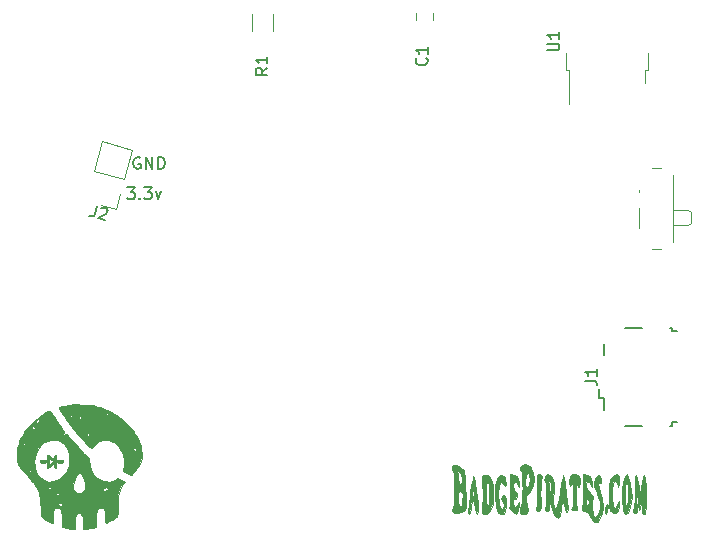
<source format=gbr>
%TF.GenerationSoftware,KiCad,Pcbnew,(5.1.10)-1*%
%TF.CreationDate,2021-09-09T07:46:21-05:00*%
%TF.ProjectId,Pivot_stand,5069766f-745f-4737-9461-6e642e6b6963,rev?*%
%TF.SameCoordinates,Original*%
%TF.FileFunction,Legend,Top*%
%TF.FilePolarity,Positive*%
%FSLAX46Y46*%
G04 Gerber Fmt 4.6, Leading zero omitted, Abs format (unit mm)*
G04 Created by KiCad (PCBNEW (5.1.10)-1) date 2021-09-09 07:46:21*
%MOMM*%
%LPD*%
G01*
G04 APERTURE LIST*
%ADD10C,0.150000*%
%ADD11C,0.120000*%
%ADD12C,0.010000*%
G04 APERTURE END LIST*
D10*
X129271428Y-119602380D02*
X129890476Y-119602380D01*
X129557142Y-119983333D01*
X129700000Y-119983333D01*
X129795238Y-120030952D01*
X129842857Y-120078571D01*
X129890476Y-120173809D01*
X129890476Y-120411904D01*
X129842857Y-120507142D01*
X129795238Y-120554761D01*
X129700000Y-120602380D01*
X129414285Y-120602380D01*
X129319047Y-120554761D01*
X129271428Y-120507142D01*
X130319047Y-120507142D02*
X130366666Y-120554761D01*
X130319047Y-120602380D01*
X130271428Y-120554761D01*
X130319047Y-120507142D01*
X130319047Y-120602380D01*
X130700000Y-119602380D02*
X131319047Y-119602380D01*
X130985714Y-119983333D01*
X131128571Y-119983333D01*
X131223809Y-120030952D01*
X131271428Y-120078571D01*
X131319047Y-120173809D01*
X131319047Y-120411904D01*
X131271428Y-120507142D01*
X131223809Y-120554761D01*
X131128571Y-120602380D01*
X130842857Y-120602380D01*
X130747619Y-120554761D01*
X130700000Y-120507142D01*
X131652380Y-119935714D02*
X131890476Y-120602380D01*
X132128571Y-119935714D01*
X130338095Y-117100000D02*
X130242857Y-117052380D01*
X130100000Y-117052380D01*
X129957142Y-117100000D01*
X129861904Y-117195238D01*
X129814285Y-117290476D01*
X129766666Y-117480952D01*
X129766666Y-117623809D01*
X129814285Y-117814285D01*
X129861904Y-117909523D01*
X129957142Y-118004761D01*
X130100000Y-118052380D01*
X130195238Y-118052380D01*
X130338095Y-118004761D01*
X130385714Y-117957142D01*
X130385714Y-117623809D01*
X130195238Y-117623809D01*
X130814285Y-118052380D02*
X130814285Y-117052380D01*
X131385714Y-118052380D01*
X131385714Y-117052380D01*
X131861904Y-118052380D02*
X131861904Y-117052380D01*
X132100000Y-117052380D01*
X132242857Y-117100000D01*
X132338095Y-117195238D01*
X132385714Y-117290476D01*
X132433333Y-117480952D01*
X132433333Y-117623809D01*
X132385714Y-117814285D01*
X132338095Y-117909523D01*
X132242857Y-118004761D01*
X132100000Y-118052380D01*
X131861904Y-118052380D01*
D11*
%TO.C,I/O*%
X174440000Y-117962000D02*
X173650000Y-117962000D01*
X173650000Y-124862000D02*
X174440000Y-124862000D01*
X172600000Y-123012000D02*
X172600000Y-121312000D01*
X175450000Y-124262000D02*
X175450000Y-118562000D01*
X176740000Y-121512000D02*
X175450000Y-121512000D01*
X176950000Y-122612000D02*
X176950000Y-121712000D01*
X175450000Y-122812000D02*
X176740000Y-122812000D01*
X176740000Y-121512000D02*
X176950000Y-121712000D01*
X176740000Y-122812000D02*
X176950000Y-122612000D01*
X172600000Y-120012000D02*
X172600000Y-119812000D01*
%TO.C,J2*%
X128340452Y-121428911D02*
X127055771Y-121084681D01*
X128684681Y-120144229D02*
X128340452Y-121428911D01*
X129013382Y-118917504D02*
X126444019Y-118229045D01*
X126444019Y-118229045D02*
X127116948Y-115717638D01*
X129013382Y-118917504D02*
X129686311Y-116406096D01*
X129686311Y-116406096D02*
X127116948Y-115717638D01*
D12*
%TO.C,G\u002A\u002A\u002A*%
G36*
X167382701Y-143923966D02*
G01*
X167514129Y-144029892D01*
X167562318Y-144265888D01*
X167566975Y-144463911D01*
X167531437Y-144955255D01*
X167430546Y-144938391D01*
X167344725Y-144689688D01*
X167283770Y-144591630D01*
X167255123Y-144918244D01*
X167249475Y-145512837D01*
X167272042Y-146302115D01*
X167329992Y-146771564D01*
X167348693Y-146817000D01*
X167339310Y-146897839D01*
X167204301Y-146944171D01*
X167090725Y-146948892D01*
X166910476Y-146919133D01*
X166846548Y-146854807D01*
X166872443Y-146809368D01*
X166969805Y-146542086D01*
X167008845Y-145899413D01*
X167011350Y-145562176D01*
X167004047Y-144861190D01*
X166967412Y-144610502D01*
X166879353Y-144696554D01*
X166852600Y-144746133D01*
X166732221Y-144899051D01*
X166695173Y-144636942D01*
X166693850Y-144473840D01*
X166712044Y-144142291D01*
X166791818Y-143969569D01*
X166970959Y-143905959D01*
X167130412Y-143899466D01*
X167382701Y-143923966D01*
G37*
X167382701Y-143923966D02*
X167514129Y-144029892D01*
X167562318Y-144265888D01*
X167566975Y-144463911D01*
X167531437Y-144955255D01*
X167430546Y-144938391D01*
X167344725Y-144689688D01*
X167283770Y-144591630D01*
X167255123Y-144918244D01*
X167249475Y-145512837D01*
X167272042Y-146302115D01*
X167329992Y-146771564D01*
X167348693Y-146817000D01*
X167339310Y-146897839D01*
X167204301Y-146944171D01*
X167090725Y-146948892D01*
X166910476Y-146919133D01*
X166846548Y-146854807D01*
X166872443Y-146809368D01*
X166969805Y-146542086D01*
X167008845Y-145899413D01*
X167011350Y-145562176D01*
X167004047Y-144861190D01*
X166967412Y-144610502D01*
X166879353Y-144696554D01*
X166852600Y-144746133D01*
X166732221Y-144899051D01*
X166695173Y-144636942D01*
X166693850Y-144473840D01*
X166712044Y-144142291D01*
X166791818Y-143969569D01*
X166970959Y-143905959D01*
X167130412Y-143899466D01*
X167382701Y-143923966D01*
G36*
X164328773Y-143939998D02*
G01*
X164353941Y-144111343D01*
X164313839Y-144317490D01*
X164256346Y-144872983D01*
X164243331Y-145708272D01*
X164246686Y-145869712D01*
X164258170Y-146593331D01*
X164221421Y-146917175D01*
X164108244Y-147001402D01*
X164047009Y-147003911D01*
X163894774Y-146962234D01*
X163875403Y-146782638D01*
X163916355Y-146577877D01*
X163978608Y-145941849D01*
X163973314Y-145025655D01*
X163953420Y-144306809D01*
X163985756Y-143985712D01*
X164098454Y-143902213D01*
X164171122Y-143899466D01*
X164328773Y-143939998D01*
G37*
X164328773Y-143939998D02*
X164353941Y-144111343D01*
X164313839Y-144317490D01*
X164256346Y-144872983D01*
X164243331Y-145708272D01*
X164246686Y-145869712D01*
X164258170Y-146593331D01*
X164221421Y-146917175D01*
X164108244Y-147001402D01*
X164047009Y-147003911D01*
X163894774Y-146962234D01*
X163875403Y-146782638D01*
X163916355Y-146577877D01*
X163978608Y-145941849D01*
X163973314Y-145025655D01*
X163953420Y-144306809D01*
X163985756Y-143985712D01*
X164098454Y-143902213D01*
X164171122Y-143899466D01*
X164328773Y-143939998D01*
G36*
X172318322Y-143959145D02*
G01*
X172440034Y-144257516D01*
X172556388Y-144856947D01*
X172559943Y-144882903D01*
X172672558Y-145718327D01*
X172756789Y-145020563D01*
X172884915Y-144227480D01*
X173002037Y-143976112D01*
X173095309Y-144243766D01*
X173151889Y-145007752D01*
X173162912Y-145738043D01*
X173156887Y-146628581D01*
X173128412Y-147091924D01*
X173061893Y-147264792D01*
X172986303Y-147286190D01*
X172867773Y-147211023D01*
X172832953Y-146875606D01*
X172845991Y-146368911D01*
X172882289Y-145451688D01*
X172788996Y-146227800D01*
X172694063Y-146847184D01*
X172613104Y-146921888D01*
X172531031Y-146445930D01*
X172495631Y-146111479D01*
X172417103Y-145548156D01*
X172353455Y-145403934D01*
X172336329Y-145689635D01*
X172360965Y-146065420D01*
X172410464Y-146630217D01*
X172427744Y-146834676D01*
X172377950Y-147067175D01*
X172269943Y-147185683D01*
X172131743Y-147163491D01*
X172091350Y-147018796D01*
X172149469Y-146643419D01*
X172179882Y-146560455D01*
X172230886Y-146150805D01*
X172234673Y-145334135D01*
X172228865Y-145118360D01*
X172213308Y-144345192D01*
X172238358Y-143999756D01*
X172313732Y-143956126D01*
X172318322Y-143959145D01*
G37*
X172318322Y-143959145D02*
X172440034Y-144257516D01*
X172556388Y-144856947D01*
X172559943Y-144882903D01*
X172672558Y-145718327D01*
X172756789Y-145020563D01*
X172884915Y-144227480D01*
X173002037Y-143976112D01*
X173095309Y-144243766D01*
X173151889Y-145007752D01*
X173162912Y-145738043D01*
X173156887Y-146628581D01*
X173128412Y-147091924D01*
X173061893Y-147264792D01*
X172986303Y-147286190D01*
X172867773Y-147211023D01*
X172832953Y-146875606D01*
X172845991Y-146368911D01*
X172882289Y-145451688D01*
X172788996Y-146227800D01*
X172694063Y-146847184D01*
X172613104Y-146921888D01*
X172531031Y-146445930D01*
X172495631Y-146111479D01*
X172417103Y-145548156D01*
X172353455Y-145403934D01*
X172336329Y-145689635D01*
X172360965Y-146065420D01*
X172410464Y-146630217D01*
X172427744Y-146834676D01*
X172377950Y-147067175D01*
X172269943Y-147185683D01*
X172131743Y-147163491D01*
X172091350Y-147018796D01*
X172149469Y-146643419D01*
X172179882Y-146560455D01*
X172230886Y-146150805D01*
X172234673Y-145334135D01*
X172228865Y-145118360D01*
X172213308Y-144345192D01*
X172238358Y-143999756D01*
X172313732Y-143956126D01*
X172318322Y-143959145D01*
G36*
X171696357Y-144125841D02*
G01*
X171848871Y-144667671D01*
X171948279Y-145319012D01*
X171955787Y-145822479D01*
X171822359Y-146630642D01*
X171635157Y-147143431D01*
X171434949Y-147297781D01*
X171262504Y-147030629D01*
X171237658Y-146933355D01*
X171109658Y-146022037D01*
X171130109Y-145423893D01*
X171385100Y-145423893D01*
X171391805Y-146119155D01*
X171410427Y-146342349D01*
X171488727Y-146685162D01*
X171574334Y-146569910D01*
X171638328Y-146088081D01*
X171654787Y-145569281D01*
X171627648Y-144848068D01*
X171541741Y-144605560D01*
X171535725Y-144605022D01*
X171438335Y-144846221D01*
X171385100Y-145423893D01*
X171130109Y-145423893D01*
X171140255Y-145127151D01*
X171222595Y-144649367D01*
X171378071Y-144131702D01*
X171528532Y-143900311D01*
X171535725Y-143899466D01*
X171696357Y-144125841D01*
G37*
X171696357Y-144125841D02*
X171848871Y-144667671D01*
X171948279Y-145319012D01*
X171955787Y-145822479D01*
X171822359Y-146630642D01*
X171635157Y-147143431D01*
X171434949Y-147297781D01*
X171262504Y-147030629D01*
X171237658Y-146933355D01*
X171109658Y-146022037D01*
X171130109Y-145423893D01*
X171385100Y-145423893D01*
X171391805Y-146119155D01*
X171410427Y-146342349D01*
X171488727Y-146685162D01*
X171574334Y-146569910D01*
X171638328Y-146088081D01*
X171654787Y-145569281D01*
X171627648Y-144848068D01*
X171541741Y-144605560D01*
X171535725Y-144605022D01*
X171438335Y-144846221D01*
X171385100Y-145423893D01*
X171130109Y-145423893D01*
X171140255Y-145127151D01*
X171222595Y-144649367D01*
X171378071Y-144131702D01*
X171528532Y-143900311D01*
X171535725Y-143899466D01*
X171696357Y-144125841D01*
G36*
X170906740Y-144041986D02*
G01*
X170930490Y-144124608D01*
X170924920Y-144518003D01*
X170889444Y-144759608D01*
X170813087Y-145006149D01*
X170769005Y-144816688D01*
X170662589Y-144499933D01*
X170500803Y-144488907D01*
X170355318Y-144750889D01*
X170305412Y-145028355D01*
X170282972Y-145872252D01*
X170358321Y-146504753D01*
X170500236Y-146824225D01*
X170677495Y-146729035D01*
X170762679Y-146516826D01*
X170874630Y-146185725D01*
X170903131Y-146256203D01*
X170889446Y-146580577D01*
X170818543Y-147004228D01*
X170640067Y-147195530D01*
X170582564Y-147214250D01*
X170352491Y-147179946D01*
X170173303Y-147002277D01*
X170166506Y-146988560D01*
X170059282Y-146471506D01*
X170028788Y-145695200D01*
X170074465Y-144893426D01*
X170172756Y-144366540D01*
X170327467Y-144088150D01*
X170543738Y-143927733D01*
X170758014Y-143905581D01*
X170906740Y-144041986D01*
G37*
X170906740Y-144041986D02*
X170930490Y-144124608D01*
X170924920Y-144518003D01*
X170889444Y-144759608D01*
X170813087Y-145006149D01*
X170769005Y-144816688D01*
X170662589Y-144499933D01*
X170500803Y-144488907D01*
X170355318Y-144750889D01*
X170305412Y-145028355D01*
X170282972Y-145872252D01*
X170358321Y-146504753D01*
X170500236Y-146824225D01*
X170677495Y-146729035D01*
X170762679Y-146516826D01*
X170874630Y-146185725D01*
X170903131Y-146256203D01*
X170889446Y-146580577D01*
X170818543Y-147004228D01*
X170640067Y-147195530D01*
X170582564Y-147214250D01*
X170352491Y-147179946D01*
X170173303Y-147002277D01*
X170166506Y-146988560D01*
X170059282Y-146471506D01*
X170028788Y-145695200D01*
X170074465Y-144893426D01*
X170172756Y-144366540D01*
X170327467Y-144088150D01*
X170543738Y-143927733D01*
X170758014Y-143905581D01*
X170906740Y-144041986D01*
G36*
X169922700Y-146603978D02*
G01*
X169908839Y-146942479D01*
X169804357Y-147221457D01*
X169723389Y-147098627D01*
X169710100Y-146886318D01*
X169774009Y-146497544D01*
X169835777Y-146439466D01*
X169922700Y-146603978D01*
G37*
X169922700Y-146603978D02*
X169908839Y-146942479D01*
X169804357Y-147221457D01*
X169723389Y-147098627D01*
X169710100Y-146886318D01*
X169774009Y-146497544D01*
X169835777Y-146439466D01*
X169922700Y-146603978D01*
G36*
X163223455Y-143133205D02*
G01*
X163434074Y-143280233D01*
X163473995Y-143328036D01*
X163646374Y-143751026D01*
X163683426Y-144291392D01*
X163595721Y-144843993D01*
X163393824Y-145303689D01*
X163259687Y-145460264D01*
X163053651Y-145737618D01*
X162998924Y-146090582D01*
X163077778Y-146524227D01*
X163151043Y-146926967D01*
X163144653Y-147111424D01*
X163037559Y-147240631D01*
X162856215Y-147284421D01*
X162663398Y-147250175D01*
X162521888Y-147145274D01*
X162486975Y-147034105D01*
X162550142Y-146725584D01*
X162606037Y-146619629D01*
X162686119Y-146284183D01*
X162721880Y-145510011D01*
X162725100Y-145037213D01*
X162720262Y-144695206D01*
X162964440Y-144695206D01*
X163018602Y-144965984D01*
X163141966Y-144973051D01*
X163271741Y-144766309D01*
X163345139Y-144395662D01*
X163345311Y-144392502D01*
X163311633Y-143917645D01*
X163196789Y-143682361D01*
X163070125Y-143790521D01*
X163035804Y-143928897D01*
X162971626Y-144499717D01*
X162964440Y-144695206D01*
X162720262Y-144695206D01*
X162712502Y-144146714D01*
X162668844Y-143710159D01*
X162606037Y-143617244D01*
X162500407Y-143464852D01*
X162486975Y-143335022D01*
X162557443Y-143166770D01*
X162736263Y-143076820D01*
X162974560Y-143065516D01*
X163223455Y-143133205D01*
G37*
X163223455Y-143133205D02*
X163434074Y-143280233D01*
X163473995Y-143328036D01*
X163646374Y-143751026D01*
X163683426Y-144291392D01*
X163595721Y-144843993D01*
X163393824Y-145303689D01*
X163259687Y-145460264D01*
X163053651Y-145737618D01*
X162998924Y-146090582D01*
X163077778Y-146524227D01*
X163151043Y-146926967D01*
X163144653Y-147111424D01*
X163037559Y-147240631D01*
X162856215Y-147284421D01*
X162663398Y-147250175D01*
X162521888Y-147145274D01*
X162486975Y-147034105D01*
X162550142Y-146725584D01*
X162606037Y-146619629D01*
X162686119Y-146284183D01*
X162721880Y-145510011D01*
X162725100Y-145037213D01*
X162720262Y-144695206D01*
X162964440Y-144695206D01*
X163018602Y-144965984D01*
X163141966Y-144973051D01*
X163271741Y-144766309D01*
X163345139Y-144395662D01*
X163345311Y-144392502D01*
X163311633Y-143917645D01*
X163196789Y-143682361D01*
X163070125Y-143790521D01*
X163035804Y-143928897D01*
X162971626Y-144499717D01*
X162964440Y-144695206D01*
X162720262Y-144695206D01*
X162712502Y-144146714D01*
X162668844Y-143710159D01*
X162606037Y-143617244D01*
X162500407Y-143464852D01*
X162486975Y-143335022D01*
X162557443Y-143166770D01*
X162736263Y-143076820D01*
X162974560Y-143065516D01*
X163223455Y-143133205D01*
G36*
X162001445Y-143956196D02*
G01*
X162236966Y-144061247D01*
X162355390Y-144279355D01*
X162394746Y-144605022D01*
X162399380Y-144980848D01*
X162336867Y-144872855D01*
X162320054Y-144816688D01*
X162169327Y-144515889D01*
X162020742Y-144506415D01*
X161935560Y-144777147D01*
X161931350Y-144887244D01*
X161997524Y-145232005D01*
X162090100Y-145310577D01*
X162218824Y-145475903D01*
X162248850Y-145707489D01*
X162190507Y-145984811D01*
X162090100Y-145956795D01*
X161960034Y-145975612D01*
X161931350Y-146265439D01*
X161991091Y-146626133D01*
X162128786Y-146703145D01*
X162282141Y-146477248D01*
X162312350Y-146383022D01*
X162389697Y-146211385D01*
X162407600Y-146493938D01*
X162356226Y-146871680D01*
X162247780Y-147193250D01*
X162150775Y-147263794D01*
X162143139Y-147246084D01*
X162064622Y-147176374D01*
X161884602Y-147050770D01*
X161812287Y-147003911D01*
X161642714Y-146873499D01*
X161586263Y-146780933D01*
X161604105Y-146761737D01*
X161668481Y-146586283D01*
X161688059Y-146053415D01*
X161674914Y-145296752D01*
X161636406Y-143871815D01*
X162001445Y-143956196D01*
G37*
X162001445Y-143956196D02*
X162236966Y-144061247D01*
X162355390Y-144279355D01*
X162394746Y-144605022D01*
X162399380Y-144980848D01*
X162336867Y-144872855D01*
X162320054Y-144816688D01*
X162169327Y-144515889D01*
X162020742Y-144506415D01*
X161935560Y-144777147D01*
X161931350Y-144887244D01*
X161997524Y-145232005D01*
X162090100Y-145310577D01*
X162218824Y-145475903D01*
X162248850Y-145707489D01*
X162190507Y-145984811D01*
X162090100Y-145956795D01*
X161960034Y-145975612D01*
X161931350Y-146265439D01*
X161991091Y-146626133D01*
X162128786Y-146703145D01*
X162282141Y-146477248D01*
X162312350Y-146383022D01*
X162389697Y-146211385D01*
X162407600Y-146493938D01*
X162356226Y-146871680D01*
X162247780Y-147193250D01*
X162150775Y-147263794D01*
X162143139Y-147246084D01*
X162064622Y-147176374D01*
X161884602Y-147050770D01*
X161812287Y-147003911D01*
X161642714Y-146873499D01*
X161586263Y-146780933D01*
X161604105Y-146761737D01*
X161668481Y-146586283D01*
X161688059Y-146053415D01*
X161674914Y-145296752D01*
X161636406Y-143871815D01*
X162001445Y-143956196D01*
G36*
X161201052Y-144091059D02*
G01*
X161268959Y-144334971D01*
X161286175Y-144830737D01*
X161198613Y-144923724D01*
X161076468Y-144721147D01*
X160872370Y-144493130D01*
X160725070Y-144763495D01*
X160661974Y-145475939D01*
X160661350Y-145574012D01*
X160716499Y-146329906D01*
X160855248Y-146782754D01*
X161037545Y-146802205D01*
X161038381Y-146801145D01*
X161132303Y-146518729D01*
X161086437Y-146208264D01*
X160998693Y-146080503D01*
X160901375Y-145966080D01*
X160951372Y-145822298D01*
X160998693Y-145747392D01*
X161196385Y-145625739D01*
X161308266Y-145943912D01*
X161316973Y-146558333D01*
X161274106Y-147016452D01*
X161178977Y-147228227D01*
X160983111Y-147285238D01*
X160931739Y-147286133D01*
X160687151Y-147215147D01*
X160537679Y-146944361D01*
X160461120Y-146610462D01*
X160381574Y-145774225D01*
X160413009Y-144919967D01*
X160544070Y-144269421D01*
X160585887Y-144174244D01*
X160795408Y-143939972D01*
X161020854Y-143917042D01*
X161201052Y-144091059D01*
G37*
X161201052Y-144091059D02*
X161268959Y-144334971D01*
X161286175Y-144830737D01*
X161198613Y-144923724D01*
X161076468Y-144721147D01*
X160872370Y-144493130D01*
X160725070Y-144763495D01*
X160661974Y-145475939D01*
X160661350Y-145574012D01*
X160716499Y-146329906D01*
X160855248Y-146782754D01*
X161037545Y-146802205D01*
X161038381Y-146801145D01*
X161132303Y-146518729D01*
X161086437Y-146208264D01*
X160998693Y-146080503D01*
X160901375Y-145966080D01*
X160951372Y-145822298D01*
X160998693Y-145747392D01*
X161196385Y-145625739D01*
X161308266Y-145943912D01*
X161316973Y-146558333D01*
X161274106Y-147016452D01*
X161178977Y-147228227D01*
X160983111Y-147285238D01*
X160931739Y-147286133D01*
X160687151Y-147215147D01*
X160537679Y-146944361D01*
X160461120Y-146610462D01*
X160381574Y-145774225D01*
X160413009Y-144919967D01*
X160544070Y-144269421D01*
X160585887Y-144174244D01*
X160795408Y-143939972D01*
X161020854Y-143917042D01*
X161201052Y-144091059D01*
G36*
X159759087Y-143991995D02*
G01*
X160052536Y-144287462D01*
X160213884Y-144796342D01*
X160264446Y-145586927D01*
X160264475Y-145611353D01*
X160194731Y-146446346D01*
X159994845Y-147011194D01*
X159678831Y-147272127D01*
X159569333Y-147286133D01*
X159360023Y-147263730D01*
X159277532Y-147150048D01*
X159290044Y-146875376D01*
X159311913Y-146722099D01*
X159371699Y-145826177D01*
X159346846Y-145253440D01*
X159600993Y-145253440D01*
X159616563Y-146100536D01*
X159681724Y-146626747D01*
X159775192Y-146696994D01*
X159861803Y-146372687D01*
X159906396Y-145715234D01*
X159907287Y-145592800D01*
X159877874Y-144837469D01*
X159782812Y-144528212D01*
X159775073Y-144522220D01*
X159655247Y-144668595D01*
X159600993Y-145253440D01*
X159346846Y-145253440D01*
X159329845Y-144861654D01*
X159285090Y-144532473D01*
X159282286Y-144169683D01*
X159408073Y-143961561D01*
X159636218Y-143938018D01*
X159759087Y-143991995D01*
G37*
X159759087Y-143991995D02*
X160052536Y-144287462D01*
X160213884Y-144796342D01*
X160264446Y-145586927D01*
X160264475Y-145611353D01*
X160194731Y-146446346D01*
X159994845Y-147011194D01*
X159678831Y-147272127D01*
X159569333Y-147286133D01*
X159360023Y-147263730D01*
X159277532Y-147150048D01*
X159290044Y-146875376D01*
X159311913Y-146722099D01*
X159371699Y-145826177D01*
X159346846Y-145253440D01*
X159600993Y-145253440D01*
X159616563Y-146100536D01*
X159681724Y-146626747D01*
X159775192Y-146696994D01*
X159861803Y-146372687D01*
X159906396Y-145715234D01*
X159907287Y-145592800D01*
X159877874Y-144837469D01*
X159782812Y-144528212D01*
X159775073Y-144522220D01*
X159655247Y-144668595D01*
X159600993Y-145253440D01*
X159346846Y-145253440D01*
X159329845Y-144861654D01*
X159285090Y-144532473D01*
X159282286Y-144169683D01*
X159408073Y-143961561D01*
X159636218Y-143938018D01*
X159759087Y-143991995D01*
G36*
X158636528Y-144128400D02*
G01*
X158710553Y-144538283D01*
X158810142Y-145309004D01*
X158922817Y-146366909D01*
X158943406Y-147007895D01*
X158872459Y-147273421D01*
X158836389Y-147286133D01*
X158759616Y-147053495D01*
X158716662Y-146721688D01*
X158615396Y-146263164D01*
X158522133Y-146157244D01*
X158387394Y-146394554D01*
X158336476Y-146721688D01*
X158269030Y-147136998D01*
X158179501Y-147299489D01*
X158123602Y-147127145D01*
X158121350Y-147038377D01*
X158160523Y-146468083D01*
X158256608Y-145667093D01*
X158280399Y-145510539D01*
X158471141Y-145510539D01*
X158481927Y-145612301D01*
X158558552Y-145862548D01*
X158596047Y-145577523D01*
X158597600Y-145435032D01*
X158558547Y-145144357D01*
X158516930Y-145172311D01*
X158471141Y-145510539D01*
X158280399Y-145510539D01*
X158377448Y-144871950D01*
X158490890Y-144319197D01*
X158491072Y-144318547D01*
X158572187Y-144082530D01*
X158636528Y-144128400D01*
G37*
X158636528Y-144128400D02*
X158710553Y-144538283D01*
X158810142Y-145309004D01*
X158922817Y-146366909D01*
X158943406Y-147007895D01*
X158872459Y-147273421D01*
X158836389Y-147286133D01*
X158759616Y-147053495D01*
X158716662Y-146721688D01*
X158615396Y-146263164D01*
X158522133Y-146157244D01*
X158387394Y-146394554D01*
X158336476Y-146721688D01*
X158269030Y-147136998D01*
X158179501Y-147299489D01*
X158123602Y-147127145D01*
X158121350Y-147038377D01*
X158160523Y-146468083D01*
X158256608Y-145667093D01*
X158280399Y-145510539D01*
X158471141Y-145510539D01*
X158481927Y-145612301D01*
X158558552Y-145862548D01*
X158596047Y-145577523D01*
X158597600Y-145435032D01*
X158558547Y-145144357D01*
X158516930Y-145172311D01*
X158471141Y-145510539D01*
X158280399Y-145510539D01*
X158377448Y-144871950D01*
X158490890Y-144319197D01*
X158491072Y-144318547D01*
X158572187Y-144082530D01*
X158636528Y-144128400D01*
G36*
X157306850Y-143172930D02*
G01*
X157552380Y-143331204D01*
X157736255Y-143559418D01*
X157775163Y-143649705D01*
X157857915Y-144181367D01*
X157856507Y-144514470D01*
X157857738Y-145017448D01*
X157890676Y-145185841D01*
X157950271Y-145589483D01*
X157957101Y-146213255D01*
X157913027Y-146747313D01*
X157880563Y-146868648D01*
X157753499Y-146999709D01*
X157539058Y-147093735D01*
X157285488Y-147145615D01*
X157041037Y-147150237D01*
X156853953Y-147102490D01*
X156772484Y-146997261D01*
X156771975Y-146986103D01*
X156832527Y-146729249D01*
X156851350Y-146721688D01*
X156894818Y-146466515D01*
X156920839Y-145872424D01*
X157238759Y-145872424D01*
X157289742Y-146317202D01*
X157428073Y-146642300D01*
X157503401Y-146699408D01*
X157581566Y-146501649D01*
X157639514Y-146194351D01*
X157682064Y-145646705D01*
X157593202Y-145368499D01*
X157433433Y-145310577D01*
X157283773Y-145479654D01*
X157238759Y-145872424D01*
X156920839Y-145872424D01*
X156923649Y-145808273D01*
X156930725Y-145169466D01*
X156920744Y-144242319D01*
X156916195Y-144181688D01*
X157248225Y-144181688D01*
X157310418Y-144615375D01*
X157448466Y-144770644D01*
X157589572Y-144567177D01*
X157591494Y-144560433D01*
X157596099Y-144229331D01*
X157509821Y-143849237D01*
X157383529Y-143625258D01*
X157357568Y-143617244D01*
X157268891Y-143852455D01*
X157248225Y-144181688D01*
X156916195Y-144181688D01*
X156884773Y-143762924D01*
X156813765Y-143617815D01*
X156806978Y-143617244D01*
X156726498Y-143470018D01*
X156738458Y-143299522D01*
X156846076Y-143138911D01*
X157053478Y-143102773D01*
X157306850Y-143172930D01*
G37*
X157306850Y-143172930D02*
X157552380Y-143331204D01*
X157736255Y-143559418D01*
X157775163Y-143649705D01*
X157857915Y-144181367D01*
X157856507Y-144514470D01*
X157857738Y-145017448D01*
X157890676Y-145185841D01*
X157950271Y-145589483D01*
X157957101Y-146213255D01*
X157913027Y-146747313D01*
X157880563Y-146868648D01*
X157753499Y-146999709D01*
X157539058Y-147093735D01*
X157285488Y-147145615D01*
X157041037Y-147150237D01*
X156853953Y-147102490D01*
X156772484Y-146997261D01*
X156771975Y-146986103D01*
X156832527Y-146729249D01*
X156851350Y-146721688D01*
X156894818Y-146466515D01*
X156920839Y-145872424D01*
X157238759Y-145872424D01*
X157289742Y-146317202D01*
X157428073Y-146642300D01*
X157503401Y-146699408D01*
X157581566Y-146501649D01*
X157639514Y-146194351D01*
X157682064Y-145646705D01*
X157593202Y-145368499D01*
X157433433Y-145310577D01*
X157283773Y-145479654D01*
X157238759Y-145872424D01*
X156920839Y-145872424D01*
X156923649Y-145808273D01*
X156930725Y-145169466D01*
X156920744Y-144242319D01*
X156916195Y-144181688D01*
X157248225Y-144181688D01*
X157310418Y-144615375D01*
X157448466Y-144770644D01*
X157589572Y-144567177D01*
X157591494Y-144560433D01*
X157596099Y-144229331D01*
X157509821Y-143849237D01*
X157383529Y-143625258D01*
X157357568Y-143617244D01*
X157268891Y-143852455D01*
X157248225Y-144181688D01*
X156916195Y-144181688D01*
X156884773Y-143762924D01*
X156813765Y-143617815D01*
X156806978Y-143617244D01*
X156726498Y-143470018D01*
X156738458Y-143299522D01*
X156846076Y-143138911D01*
X157053478Y-143102773D01*
X157306850Y-143172930D01*
G36*
X165134988Y-144032866D02*
G01*
X165309460Y-144305611D01*
X165413874Y-144696392D01*
X165389331Y-145136004D01*
X165365605Y-145282232D01*
X165306370Y-145904688D01*
X165314566Y-146287198D01*
X165375392Y-146643940D01*
X165494739Y-146795824D01*
X165586849Y-146834577D01*
X165667562Y-146622274D01*
X165788307Y-146044820D01*
X165884505Y-145470904D01*
X165887734Y-145451688D01*
X166058850Y-145451688D01*
X166100389Y-145827331D01*
X166135733Y-145875022D01*
X166179407Y-145668151D01*
X166166929Y-145451688D01*
X166110589Y-145080350D01*
X166090045Y-145028355D01*
X166062297Y-145258813D01*
X166058850Y-145451688D01*
X165887734Y-145451688D01*
X166015738Y-144690083D01*
X166128321Y-144145071D01*
X166180011Y-143986750D01*
X166245711Y-144174797D01*
X166337553Y-144723155D01*
X166433078Y-145454795D01*
X166509826Y-146192683D01*
X166545340Y-146759789D01*
X166544873Y-146862800D01*
X166484535Y-147130847D01*
X166388351Y-147068836D01*
X166336689Y-146731234D01*
X166336662Y-146721688D01*
X166267661Y-146381211D01*
X166138225Y-146298355D01*
X165988506Y-146410806D01*
X165948464Y-146839733D01*
X165949291Y-146933355D01*
X165931823Y-147367567D01*
X165832181Y-147542736D01*
X165687714Y-147568355D01*
X165386191Y-147312671D01*
X165218196Y-146862800D01*
X165048777Y-146311769D01*
X164966819Y-146189801D01*
X164961687Y-146482167D01*
X164963425Y-146510022D01*
X164954453Y-146842962D01*
X164846840Y-146976519D01*
X164689631Y-146981630D01*
X164589472Y-146916519D01*
X164610256Y-146817000D01*
X164670789Y-146492853D01*
X164702988Y-145878425D01*
X164705453Y-145191235D01*
X164698088Y-145051874D01*
X164947600Y-145051874D01*
X164989420Y-145465647D01*
X165077931Y-145476295D01*
X165157710Y-145112867D01*
X165171701Y-144934413D01*
X165137508Y-144531623D01*
X165072482Y-144463911D01*
X164969435Y-144701311D01*
X164947600Y-145051874D01*
X164698088Y-145051874D01*
X164676783Y-144648802D01*
X164625415Y-144463911D01*
X164578009Y-144291011D01*
X164590412Y-144181688D01*
X164709412Y-143957539D01*
X164912689Y-143911680D01*
X165134988Y-144032866D01*
G37*
X165134988Y-144032866D02*
X165309460Y-144305611D01*
X165413874Y-144696392D01*
X165389331Y-145136004D01*
X165365605Y-145282232D01*
X165306370Y-145904688D01*
X165314566Y-146287198D01*
X165375392Y-146643940D01*
X165494739Y-146795824D01*
X165586849Y-146834577D01*
X165667562Y-146622274D01*
X165788307Y-146044820D01*
X165884505Y-145470904D01*
X165887734Y-145451688D01*
X166058850Y-145451688D01*
X166100389Y-145827331D01*
X166135733Y-145875022D01*
X166179407Y-145668151D01*
X166166929Y-145451688D01*
X166110589Y-145080350D01*
X166090045Y-145028355D01*
X166062297Y-145258813D01*
X166058850Y-145451688D01*
X165887734Y-145451688D01*
X166015738Y-144690083D01*
X166128321Y-144145071D01*
X166180011Y-143986750D01*
X166245711Y-144174797D01*
X166337553Y-144723155D01*
X166433078Y-145454795D01*
X166509826Y-146192683D01*
X166545340Y-146759789D01*
X166544873Y-146862800D01*
X166484535Y-147130847D01*
X166388351Y-147068836D01*
X166336689Y-146731234D01*
X166336662Y-146721688D01*
X166267661Y-146381211D01*
X166138225Y-146298355D01*
X165988506Y-146410806D01*
X165948464Y-146839733D01*
X165949291Y-146933355D01*
X165931823Y-147367567D01*
X165832181Y-147542736D01*
X165687714Y-147568355D01*
X165386191Y-147312671D01*
X165218196Y-146862800D01*
X165048777Y-146311769D01*
X164966819Y-146189801D01*
X164961687Y-146482167D01*
X164963425Y-146510022D01*
X164954453Y-146842962D01*
X164846840Y-146976519D01*
X164689631Y-146981630D01*
X164589472Y-146916519D01*
X164610256Y-146817000D01*
X164670789Y-146492853D01*
X164702988Y-145878425D01*
X164705453Y-145191235D01*
X164698088Y-145051874D01*
X164947600Y-145051874D01*
X164989420Y-145465647D01*
X165077931Y-145476295D01*
X165157710Y-145112867D01*
X165171701Y-144934413D01*
X165137508Y-144531623D01*
X165072482Y-144463911D01*
X164969435Y-144701311D01*
X164947600Y-145051874D01*
X164698088Y-145051874D01*
X164676783Y-144648802D01*
X164625415Y-144463911D01*
X164578009Y-144291011D01*
X164590412Y-144181688D01*
X164709412Y-143957539D01*
X164912689Y-143911680D01*
X165134988Y-144032866D01*
G36*
X168190720Y-143955909D02*
G01*
X168426898Y-144060383D01*
X168545913Y-144276483D01*
X168585996Y-144605022D01*
X168590630Y-144980848D01*
X168528117Y-144872855D01*
X168511304Y-144816688D01*
X168362580Y-144519646D01*
X168213830Y-144500685D01*
X168127252Y-144752483D01*
X168122600Y-144862437D01*
X168197686Y-145181995D01*
X168406084Y-145431914D01*
X168459943Y-145468565D01*
X168640447Y-145615688D01*
X168712160Y-145751150D01*
X168698068Y-145799112D01*
X168617762Y-146148843D01*
X168604026Y-146730572D01*
X168653561Y-147269463D01*
X168718089Y-147466538D01*
X168923128Y-147530105D01*
X169130018Y-147293137D01*
X169263523Y-146846945D01*
X169269639Y-146797151D01*
X169254785Y-146236210D01*
X169139488Y-145807037D01*
X168924740Y-145215648D01*
X168815330Y-144852785D01*
X168789824Y-144607226D01*
X168826790Y-144367745D01*
X168846012Y-144284079D01*
X168989022Y-144004012D01*
X169174883Y-143981597D01*
X169329696Y-144197468D01*
X169376026Y-144422971D01*
X169362950Y-144676757D01*
X169243241Y-144615619D01*
X169106294Y-144559108D01*
X169082186Y-144755120D01*
X169163260Y-145088694D01*
X169293381Y-145368377D01*
X169479786Y-145909820D01*
X169531009Y-146589158D01*
X169439035Y-147269772D01*
X169410729Y-147368908D01*
X169127990Y-147925997D01*
X168801426Y-147969082D01*
X168499918Y-147581064D01*
X168243940Y-147204542D01*
X167989363Y-147007688D01*
X167944293Y-146999589D01*
X167784129Y-146950855D01*
X167774071Y-146804834D01*
X167796504Y-146746549D01*
X167865558Y-146364892D01*
X167866135Y-146321874D01*
X168122600Y-146321874D01*
X168168868Y-146630935D01*
X168264072Y-146581653D01*
X168342534Y-146210161D01*
X168307988Y-145922272D01*
X168248277Y-145875022D01*
X168138934Y-146102254D01*
X168122600Y-146321874D01*
X167866135Y-146321874D01*
X167875843Y-145598607D01*
X167865338Y-145184536D01*
X167823705Y-143871241D01*
X168190720Y-143955909D01*
G37*
X168190720Y-143955909D02*
X168426898Y-144060383D01*
X168545913Y-144276483D01*
X168585996Y-144605022D01*
X168590630Y-144980848D01*
X168528117Y-144872855D01*
X168511304Y-144816688D01*
X168362580Y-144519646D01*
X168213830Y-144500685D01*
X168127252Y-144752483D01*
X168122600Y-144862437D01*
X168197686Y-145181995D01*
X168406084Y-145431914D01*
X168459943Y-145468565D01*
X168640447Y-145615688D01*
X168712160Y-145751150D01*
X168698068Y-145799112D01*
X168617762Y-146148843D01*
X168604026Y-146730572D01*
X168653561Y-147269463D01*
X168718089Y-147466538D01*
X168923128Y-147530105D01*
X169130018Y-147293137D01*
X169263523Y-146846945D01*
X169269639Y-146797151D01*
X169254785Y-146236210D01*
X169139488Y-145807037D01*
X168924740Y-145215648D01*
X168815330Y-144852785D01*
X168789824Y-144607226D01*
X168826790Y-144367745D01*
X168846012Y-144284079D01*
X168989022Y-144004012D01*
X169174883Y-143981597D01*
X169329696Y-144197468D01*
X169376026Y-144422971D01*
X169362950Y-144676757D01*
X169243241Y-144615619D01*
X169106294Y-144559108D01*
X169082186Y-144755120D01*
X169163260Y-145088694D01*
X169293381Y-145368377D01*
X169479786Y-145909820D01*
X169531009Y-146589158D01*
X169439035Y-147269772D01*
X169410729Y-147368908D01*
X169127990Y-147925997D01*
X168801426Y-147969082D01*
X168499918Y-147581064D01*
X168243940Y-147204542D01*
X167989363Y-147007688D01*
X167944293Y-146999589D01*
X167784129Y-146950855D01*
X167774071Y-146804834D01*
X167796504Y-146746549D01*
X167865558Y-146364892D01*
X167866135Y-146321874D01*
X168122600Y-146321874D01*
X168168868Y-146630935D01*
X168264072Y-146581653D01*
X168342534Y-146210161D01*
X168307988Y-145922272D01*
X168248277Y-145875022D01*
X168138934Y-146102254D01*
X168122600Y-146321874D01*
X167866135Y-146321874D01*
X167875843Y-145598607D01*
X167865338Y-145184536D01*
X167823705Y-143871241D01*
X168190720Y-143955909D01*
G36*
X122627752Y-142298247D02*
G01*
X122770912Y-142394696D01*
X122796972Y-142413955D01*
X123041508Y-142596038D01*
X123061046Y-142427788D01*
X123080874Y-142319045D01*
X123114116Y-142269427D01*
X123158739Y-142259539D01*
X123203402Y-142269400D01*
X123229206Y-142310859D01*
X123243117Y-142401724D01*
X123248774Y-142489684D01*
X123260656Y-142719830D01*
X123509236Y-142696617D01*
X123656236Y-142687478D01*
X123746142Y-142695686D01*
X123798577Y-142723665D01*
X123807703Y-142733516D01*
X123836502Y-142807981D01*
X123816273Y-142858737D01*
X123777703Y-142894391D01*
X123707760Y-142911472D01*
X123587493Y-142913218D01*
X123515693Y-142910066D01*
X123256431Y-142896286D01*
X123256431Y-143090897D01*
X123243374Y-143233492D01*
X123208100Y-143323865D01*
X123156450Y-143352846D01*
X123107009Y-143325409D01*
X123074908Y-143256428D01*
X123061059Y-143153550D01*
X123061046Y-143150492D01*
X123055885Y-143063188D01*
X123043290Y-143022016D01*
X123041618Y-143021539D01*
X123003083Y-143043069D01*
X122918847Y-143100023D01*
X122805740Y-143180942D01*
X122783319Y-143197385D01*
X122650465Y-143293303D01*
X122564926Y-143348025D01*
X122512278Y-143368274D01*
X122478094Y-143360771D01*
X122461867Y-143347180D01*
X122447340Y-143296395D01*
X122437883Y-143193765D01*
X122435816Y-143109160D01*
X122435816Y-142897191D01*
X122191585Y-142905244D01*
X122026099Y-142909937D01*
X121924225Y-142907555D01*
X121871457Y-142893400D01*
X121853291Y-142862776D01*
X121855219Y-142810985D01*
X121855824Y-142805684D01*
X122631200Y-142805684D01*
X122633982Y-142946153D01*
X122650244Y-143019491D01*
X122691863Y-143029949D01*
X122770716Y-142981780D01*
X122879825Y-142894691D01*
X122991681Y-142803057D01*
X122860287Y-142704375D01*
X122742071Y-142617342D01*
X122673651Y-142582029D01*
X122641422Y-142604450D01*
X122631785Y-142690622D01*
X122631200Y-142805684D01*
X121855824Y-142805684D01*
X121856835Y-142796846D01*
X121869200Y-142689385D01*
X122435816Y-142717247D01*
X122435816Y-142496936D01*
X122443588Y-142355710D01*
X122472537Y-142276813D01*
X122531109Y-142258306D01*
X122627752Y-142298247D01*
G37*
X122627752Y-142298247D02*
X122770912Y-142394696D01*
X122796972Y-142413955D01*
X123041508Y-142596038D01*
X123061046Y-142427788D01*
X123080874Y-142319045D01*
X123114116Y-142269427D01*
X123158739Y-142259539D01*
X123203402Y-142269400D01*
X123229206Y-142310859D01*
X123243117Y-142401724D01*
X123248774Y-142489684D01*
X123260656Y-142719830D01*
X123509236Y-142696617D01*
X123656236Y-142687478D01*
X123746142Y-142695686D01*
X123798577Y-142723665D01*
X123807703Y-142733516D01*
X123836502Y-142807981D01*
X123816273Y-142858737D01*
X123777703Y-142894391D01*
X123707760Y-142911472D01*
X123587493Y-142913218D01*
X123515693Y-142910066D01*
X123256431Y-142896286D01*
X123256431Y-143090897D01*
X123243374Y-143233492D01*
X123208100Y-143323865D01*
X123156450Y-143352846D01*
X123107009Y-143325409D01*
X123074908Y-143256428D01*
X123061059Y-143153550D01*
X123061046Y-143150492D01*
X123055885Y-143063188D01*
X123043290Y-143022016D01*
X123041618Y-143021539D01*
X123003083Y-143043069D01*
X122918847Y-143100023D01*
X122805740Y-143180942D01*
X122783319Y-143197385D01*
X122650465Y-143293303D01*
X122564926Y-143348025D01*
X122512278Y-143368274D01*
X122478094Y-143360771D01*
X122461867Y-143347180D01*
X122447340Y-143296395D01*
X122437883Y-143193765D01*
X122435816Y-143109160D01*
X122435816Y-142897191D01*
X122191585Y-142905244D01*
X122026099Y-142909937D01*
X121924225Y-142907555D01*
X121871457Y-142893400D01*
X121853291Y-142862776D01*
X121855219Y-142810985D01*
X121855824Y-142805684D01*
X122631200Y-142805684D01*
X122633982Y-142946153D01*
X122650244Y-143019491D01*
X122691863Y-143029949D01*
X122770716Y-142981780D01*
X122879825Y-142894691D01*
X122991681Y-142803057D01*
X122860287Y-142704375D01*
X122742071Y-142617342D01*
X122673651Y-142582029D01*
X122641422Y-142604450D01*
X122631785Y-142690622D01*
X122631200Y-142805684D01*
X121855824Y-142805684D01*
X121856835Y-142796846D01*
X121869200Y-142689385D01*
X122435816Y-142717247D01*
X122435816Y-142496936D01*
X122443588Y-142355710D01*
X122472537Y-142276813D01*
X122531109Y-142258306D01*
X122627752Y-142298247D01*
G36*
X125044321Y-137985309D02*
G01*
X125310366Y-137991778D01*
X125346670Y-137992775D01*
X125656342Y-138002996D01*
X125907953Y-138016547D01*
X126121593Y-138036395D01*
X126317355Y-138065506D01*
X126515330Y-138106845D01*
X126735608Y-138163380D01*
X126988062Y-138235096D01*
X127506784Y-138422609D01*
X128021285Y-138678627D01*
X128516566Y-138994248D01*
X128977627Y-139360568D01*
X129144876Y-139515204D01*
X129406506Y-139777055D01*
X129608497Y-139999389D01*
X129749796Y-140180851D01*
X129829351Y-140320083D01*
X129846112Y-140415728D01*
X129845360Y-140419035D01*
X129838678Y-140507971D01*
X129869841Y-140542000D01*
X129921619Y-140518481D01*
X129956022Y-140515144D01*
X130001503Y-140562539D01*
X130064847Y-140669275D01*
X130110829Y-140758531D01*
X130177687Y-140903404D01*
X130227257Y-141032219D01*
X130250504Y-141120962D01*
X130251200Y-141131558D01*
X130264146Y-141202462D01*
X130287145Y-141224000D01*
X130317183Y-141260395D01*
X130351355Y-141359509D01*
X130386644Y-141506234D01*
X130420030Y-141685463D01*
X130448495Y-141882089D01*
X130469018Y-142081005D01*
X130474558Y-142161846D01*
X130473068Y-142494918D01*
X130430727Y-142789632D01*
X130349885Y-143033852D01*
X130282837Y-143152602D01*
X130219720Y-143233297D01*
X130118343Y-143351545D01*
X129994872Y-143488810D01*
X129911839Y-143577956D01*
X129794416Y-143705684D01*
X129700378Y-143814650D01*
X129640992Y-143891376D01*
X129625969Y-143919880D01*
X129599971Y-143954032D01*
X129519796Y-143945921D01*
X129382171Y-143894658D01*
X129186354Y-143800651D01*
X129032826Y-143719699D01*
X128939408Y-143654702D01*
X128896620Y-143586039D01*
X128894985Y-143494091D01*
X128925024Y-143359236D01*
X128942123Y-143295077D01*
X128972534Y-143099692D01*
X130055816Y-143099692D01*
X130085552Y-143137634D01*
X130094892Y-143138769D01*
X130132834Y-143109033D01*
X130133969Y-143099692D01*
X130104233Y-143061751D01*
X130094892Y-143060616D01*
X130056951Y-143090352D01*
X130055816Y-143099692D01*
X128972534Y-143099692D01*
X128995820Y-142950093D01*
X128980582Y-142592357D01*
X128900593Y-142236724D01*
X128877626Y-142181385D01*
X130290277Y-142181385D01*
X130309816Y-142200923D01*
X130329354Y-142181385D01*
X130309816Y-142161846D01*
X130290277Y-142181385D01*
X128877626Y-142181385D01*
X128760032Y-141898052D01*
X128563081Y-141591197D01*
X128450337Y-141463789D01*
X129573077Y-141463789D01*
X129577677Y-141502812D01*
X129625544Y-141589199D01*
X129715874Y-141717602D01*
X129723832Y-141728112D01*
X129840727Y-141865066D01*
X129938285Y-141946666D01*
X130010138Y-141969907D01*
X130040913Y-141940410D01*
X130146995Y-141940410D01*
X130152359Y-141963642D01*
X130173046Y-141966462D01*
X130205211Y-141952164D01*
X130199098Y-141940410D01*
X130152722Y-141935734D01*
X130146995Y-141940410D01*
X130040913Y-141940410D01*
X130049915Y-141931783D01*
X130055816Y-141884802D01*
X130026581Y-141804806D01*
X129957713Y-141721061D01*
X129877465Y-141664060D01*
X129843031Y-141655146D01*
X129793191Y-141629411D01*
X129716312Y-141567319D01*
X129696900Y-141549234D01*
X129612549Y-141477480D01*
X129573077Y-141463789D01*
X128450337Y-141463789D01*
X128415728Y-141424679D01*
X128373293Y-141387360D01*
X129707718Y-141387360D01*
X129735715Y-141414489D01*
X129743200Y-141419385D01*
X129802001Y-141453506D01*
X129820126Y-141443358D01*
X129821354Y-141419385D01*
X129789134Y-141386541D01*
X129752969Y-141380906D01*
X129707718Y-141387360D01*
X128373293Y-141387360D01*
X128277696Y-141303289D01*
X128117906Y-141185780D01*
X128021525Y-141126308D01*
X127916435Y-141071810D01*
X127825159Y-141037400D01*
X127724225Y-141018515D01*
X127590157Y-141010597D01*
X127418123Y-141009077D01*
X127232461Y-141011040D01*
X127102748Y-141019664D01*
X127006821Y-141039055D01*
X126922517Y-141073317D01*
X126847606Y-141114747D01*
X126731439Y-141196912D01*
X126593123Y-141314775D01*
X126460785Y-141444201D01*
X126449130Y-141456670D01*
X126343942Y-141565790D01*
X126256551Y-141648223D01*
X126201789Y-141690246D01*
X126193817Y-141692923D01*
X126152664Y-141665368D01*
X126068252Y-141588907D01*
X125949470Y-141472843D01*
X125805207Y-141326480D01*
X125644351Y-141159124D01*
X125475794Y-140980077D01*
X125308422Y-140798646D01*
X125151127Y-140624133D01*
X125043291Y-140500736D01*
X125827273Y-140500736D01*
X125839282Y-140571479D01*
X125844641Y-140583670D01*
X125879023Y-140642905D01*
X125920937Y-140644746D01*
X125978672Y-140610524D01*
X126041411Y-140562109D01*
X126043098Y-140521729D01*
X126008542Y-140478431D01*
X125945173Y-140431390D01*
X125879413Y-140448577D01*
X125874510Y-140451577D01*
X125827273Y-140500736D01*
X125043291Y-140500736D01*
X125012797Y-140465843D01*
X124979626Y-140426522D01*
X127401499Y-140426522D01*
X127415458Y-140458850D01*
X127459991Y-140498286D01*
X127523801Y-140534477D01*
X127551978Y-140536555D01*
X127538019Y-140504228D01*
X127493486Y-140464791D01*
X127429677Y-140428600D01*
X127401499Y-140426522D01*
X124979626Y-140426522D01*
X124947323Y-140388231D01*
X124896126Y-140325231D01*
X129352431Y-140325231D01*
X129366729Y-140357396D01*
X129378482Y-140351282D01*
X129383159Y-140304907D01*
X129378482Y-140299180D01*
X129355251Y-140304544D01*
X129352431Y-140325231D01*
X124896126Y-140325231D01*
X124784980Y-140188462D01*
X125053969Y-140188462D01*
X125073508Y-140208000D01*
X125093046Y-140188462D01*
X125073508Y-140168923D01*
X125053969Y-140188462D01*
X124784980Y-140188462D01*
X124748295Y-140143320D01*
X124691894Y-140071437D01*
X127177957Y-140071437D01*
X127180167Y-140157545D01*
X127182413Y-140164990D01*
X127221854Y-140236192D01*
X127275089Y-140231771D01*
X127323940Y-140184233D01*
X127353694Y-140128763D01*
X127321011Y-140081795D01*
X127301518Y-140066856D01*
X127223290Y-140037184D01*
X127177957Y-140071437D01*
X124691894Y-140071437D01*
X124661072Y-140032154D01*
X129547816Y-140032154D01*
X129567354Y-140051692D01*
X129586892Y-140032154D01*
X129567354Y-140012616D01*
X129547816Y-140032154D01*
X124661072Y-140032154D01*
X124544707Y-139883848D01*
X124506065Y-139833085D01*
X126902177Y-139833085D01*
X126929662Y-139856308D01*
X126992014Y-139891454D01*
X127000321Y-139878217D01*
X126995438Y-139869333D01*
X127802380Y-139869333D01*
X127807744Y-139892565D01*
X127828431Y-139895385D01*
X127860596Y-139881087D01*
X127854482Y-139869333D01*
X127808107Y-139864657D01*
X127802380Y-139869333D01*
X126995438Y-139869333D01*
X126988277Y-139856308D01*
X126931208Y-139819155D01*
X126917586Y-139817829D01*
X126902177Y-139833085D01*
X124506065Y-139833085D01*
X124373703Y-139659205D01*
X125450309Y-139659205D01*
X125463064Y-139698038D01*
X125511832Y-139721927D01*
X125528997Y-139715765D01*
X125545444Y-139674336D01*
X125526949Y-139649349D01*
X125474413Y-139626966D01*
X125450309Y-139659205D01*
X124373703Y-139659205D01*
X124342398Y-139618082D01*
X124315492Y-139581720D01*
X126587129Y-139581720D01*
X126629387Y-139631178D01*
X126637048Y-139636891D01*
X126713556Y-139669928D01*
X126778547Y-139664821D01*
X126805016Y-139625964D01*
X126801987Y-139610054D01*
X126750691Y-139542421D01*
X126674730Y-139513416D01*
X126610453Y-139534655D01*
X126587129Y-139581720D01*
X124315492Y-139581720D01*
X124203330Y-139430142D01*
X124899557Y-139430142D01*
X124912097Y-139485869D01*
X124951598Y-139526983D01*
X124977437Y-139523152D01*
X124995232Y-139479373D01*
X124972145Y-139441577D01*
X124920458Y-139402938D01*
X124899557Y-139430142D01*
X124203330Y-139430142D01*
X124147203Y-139354291D01*
X124100771Y-139289692D01*
X124858585Y-139289692D01*
X124878123Y-139309231D01*
X124897662Y-139289692D01*
X124878123Y-139270154D01*
X124858585Y-139289692D01*
X124100771Y-139289692D01*
X124057073Y-139228896D01*
X128001951Y-139228896D01*
X128011852Y-139245165D01*
X128068577Y-139268937D01*
X128100835Y-139227111D01*
X128101969Y-139211539D01*
X128082092Y-139159518D01*
X128065199Y-139152923D01*
X128014171Y-139178779D01*
X128001951Y-139228896D01*
X124057073Y-139228896D01*
X123964960Y-139100745D01*
X123951152Y-139080890D01*
X125145180Y-139080890D01*
X125157069Y-139133385D01*
X125212045Y-139183495D01*
X125301022Y-139183780D01*
X125360850Y-139157294D01*
X125393468Y-139114227D01*
X125370665Y-139043333D01*
X125369244Y-139040662D01*
X125302572Y-138972092D01*
X125227199Y-138962847D01*
X125166833Y-139002566D01*
X125145180Y-139080890D01*
X123951152Y-139080890D01*
X123873007Y-138968524D01*
X124419049Y-138968524D01*
X124455128Y-139016259D01*
X124460514Y-139020270D01*
X124530541Y-139048289D01*
X124587771Y-139038815D01*
X124604950Y-138999269D01*
X124598276Y-138982752D01*
X124539060Y-138891998D01*
X124495021Y-138866822D01*
X124452271Y-138900253D01*
X124447238Y-138906953D01*
X124419049Y-138968524D01*
X123873007Y-138968524D01*
X123801506Y-138865713D01*
X123696328Y-138707940D01*
X124168633Y-138707940D01*
X124174739Y-138723077D01*
X124209853Y-138760356D01*
X124216122Y-138762154D01*
X124232906Y-138731920D01*
X124233354Y-138723077D01*
X124219303Y-138705502D01*
X127374483Y-138705502D01*
X127399656Y-138774559D01*
X127420553Y-138798269D01*
X127503486Y-138857707D01*
X127560132Y-138844660D01*
X127586250Y-138773956D01*
X127569078Y-138701851D01*
X127508771Y-138670835D01*
X127414079Y-138666269D01*
X127374483Y-138705502D01*
X124219303Y-138705502D01*
X124203313Y-138685502D01*
X124191971Y-138684000D01*
X124168633Y-138707940D01*
X123696328Y-138707940D01*
X123662677Y-138657463D01*
X123554310Y-138484263D01*
X123482243Y-138354384D01*
X123452311Y-138276094D01*
X123451815Y-138269599D01*
X123455488Y-138239113D01*
X123474015Y-138214372D01*
X123518661Y-138191655D01*
X123600691Y-138167238D01*
X123731369Y-138137401D01*
X123921960Y-138098421D01*
X124042018Y-138074581D01*
X124227774Y-138038848D01*
X124382204Y-138012951D01*
X124523191Y-137995771D01*
X124668617Y-137986184D01*
X124836366Y-137983071D01*
X125044321Y-137985309D01*
G37*
X125044321Y-137985309D02*
X125310366Y-137991778D01*
X125346670Y-137992775D01*
X125656342Y-138002996D01*
X125907953Y-138016547D01*
X126121593Y-138036395D01*
X126317355Y-138065506D01*
X126515330Y-138106845D01*
X126735608Y-138163380D01*
X126988062Y-138235096D01*
X127506784Y-138422609D01*
X128021285Y-138678627D01*
X128516566Y-138994248D01*
X128977627Y-139360568D01*
X129144876Y-139515204D01*
X129406506Y-139777055D01*
X129608497Y-139999389D01*
X129749796Y-140180851D01*
X129829351Y-140320083D01*
X129846112Y-140415728D01*
X129845360Y-140419035D01*
X129838678Y-140507971D01*
X129869841Y-140542000D01*
X129921619Y-140518481D01*
X129956022Y-140515144D01*
X130001503Y-140562539D01*
X130064847Y-140669275D01*
X130110829Y-140758531D01*
X130177687Y-140903404D01*
X130227257Y-141032219D01*
X130250504Y-141120962D01*
X130251200Y-141131558D01*
X130264146Y-141202462D01*
X130287145Y-141224000D01*
X130317183Y-141260395D01*
X130351355Y-141359509D01*
X130386644Y-141506234D01*
X130420030Y-141685463D01*
X130448495Y-141882089D01*
X130469018Y-142081005D01*
X130474558Y-142161846D01*
X130473068Y-142494918D01*
X130430727Y-142789632D01*
X130349885Y-143033852D01*
X130282837Y-143152602D01*
X130219720Y-143233297D01*
X130118343Y-143351545D01*
X129994872Y-143488810D01*
X129911839Y-143577956D01*
X129794416Y-143705684D01*
X129700378Y-143814650D01*
X129640992Y-143891376D01*
X129625969Y-143919880D01*
X129599971Y-143954032D01*
X129519796Y-143945921D01*
X129382171Y-143894658D01*
X129186354Y-143800651D01*
X129032826Y-143719699D01*
X128939408Y-143654702D01*
X128896620Y-143586039D01*
X128894985Y-143494091D01*
X128925024Y-143359236D01*
X128942123Y-143295077D01*
X128972534Y-143099692D01*
X130055816Y-143099692D01*
X130085552Y-143137634D01*
X130094892Y-143138769D01*
X130132834Y-143109033D01*
X130133969Y-143099692D01*
X130104233Y-143061751D01*
X130094892Y-143060616D01*
X130056951Y-143090352D01*
X130055816Y-143099692D01*
X128972534Y-143099692D01*
X128995820Y-142950093D01*
X128980582Y-142592357D01*
X128900593Y-142236724D01*
X128877626Y-142181385D01*
X130290277Y-142181385D01*
X130309816Y-142200923D01*
X130329354Y-142181385D01*
X130309816Y-142161846D01*
X130290277Y-142181385D01*
X128877626Y-142181385D01*
X128760032Y-141898052D01*
X128563081Y-141591197D01*
X128450337Y-141463789D01*
X129573077Y-141463789D01*
X129577677Y-141502812D01*
X129625544Y-141589199D01*
X129715874Y-141717602D01*
X129723832Y-141728112D01*
X129840727Y-141865066D01*
X129938285Y-141946666D01*
X130010138Y-141969907D01*
X130040913Y-141940410D01*
X130146995Y-141940410D01*
X130152359Y-141963642D01*
X130173046Y-141966462D01*
X130205211Y-141952164D01*
X130199098Y-141940410D01*
X130152722Y-141935734D01*
X130146995Y-141940410D01*
X130040913Y-141940410D01*
X130049915Y-141931783D01*
X130055816Y-141884802D01*
X130026581Y-141804806D01*
X129957713Y-141721061D01*
X129877465Y-141664060D01*
X129843031Y-141655146D01*
X129793191Y-141629411D01*
X129716312Y-141567319D01*
X129696900Y-141549234D01*
X129612549Y-141477480D01*
X129573077Y-141463789D01*
X128450337Y-141463789D01*
X128415728Y-141424679D01*
X128373293Y-141387360D01*
X129707718Y-141387360D01*
X129735715Y-141414489D01*
X129743200Y-141419385D01*
X129802001Y-141453506D01*
X129820126Y-141443358D01*
X129821354Y-141419385D01*
X129789134Y-141386541D01*
X129752969Y-141380906D01*
X129707718Y-141387360D01*
X128373293Y-141387360D01*
X128277696Y-141303289D01*
X128117906Y-141185780D01*
X128021525Y-141126308D01*
X127916435Y-141071810D01*
X127825159Y-141037400D01*
X127724225Y-141018515D01*
X127590157Y-141010597D01*
X127418123Y-141009077D01*
X127232461Y-141011040D01*
X127102748Y-141019664D01*
X127006821Y-141039055D01*
X126922517Y-141073317D01*
X126847606Y-141114747D01*
X126731439Y-141196912D01*
X126593123Y-141314775D01*
X126460785Y-141444201D01*
X126449130Y-141456670D01*
X126343942Y-141565790D01*
X126256551Y-141648223D01*
X126201789Y-141690246D01*
X126193817Y-141692923D01*
X126152664Y-141665368D01*
X126068252Y-141588907D01*
X125949470Y-141472843D01*
X125805207Y-141326480D01*
X125644351Y-141159124D01*
X125475794Y-140980077D01*
X125308422Y-140798646D01*
X125151127Y-140624133D01*
X125043291Y-140500736D01*
X125827273Y-140500736D01*
X125839282Y-140571479D01*
X125844641Y-140583670D01*
X125879023Y-140642905D01*
X125920937Y-140644746D01*
X125978672Y-140610524D01*
X126041411Y-140562109D01*
X126043098Y-140521729D01*
X126008542Y-140478431D01*
X125945173Y-140431390D01*
X125879413Y-140448577D01*
X125874510Y-140451577D01*
X125827273Y-140500736D01*
X125043291Y-140500736D01*
X125012797Y-140465843D01*
X124979626Y-140426522D01*
X127401499Y-140426522D01*
X127415458Y-140458850D01*
X127459991Y-140498286D01*
X127523801Y-140534477D01*
X127551978Y-140536555D01*
X127538019Y-140504228D01*
X127493486Y-140464791D01*
X127429677Y-140428600D01*
X127401499Y-140426522D01*
X124979626Y-140426522D01*
X124947323Y-140388231D01*
X124896126Y-140325231D01*
X129352431Y-140325231D01*
X129366729Y-140357396D01*
X129378482Y-140351282D01*
X129383159Y-140304907D01*
X129378482Y-140299180D01*
X129355251Y-140304544D01*
X129352431Y-140325231D01*
X124896126Y-140325231D01*
X124784980Y-140188462D01*
X125053969Y-140188462D01*
X125073508Y-140208000D01*
X125093046Y-140188462D01*
X125073508Y-140168923D01*
X125053969Y-140188462D01*
X124784980Y-140188462D01*
X124748295Y-140143320D01*
X124691894Y-140071437D01*
X127177957Y-140071437D01*
X127180167Y-140157545D01*
X127182413Y-140164990D01*
X127221854Y-140236192D01*
X127275089Y-140231771D01*
X127323940Y-140184233D01*
X127353694Y-140128763D01*
X127321011Y-140081795D01*
X127301518Y-140066856D01*
X127223290Y-140037184D01*
X127177957Y-140071437D01*
X124691894Y-140071437D01*
X124661072Y-140032154D01*
X129547816Y-140032154D01*
X129567354Y-140051692D01*
X129586892Y-140032154D01*
X129567354Y-140012616D01*
X129547816Y-140032154D01*
X124661072Y-140032154D01*
X124544707Y-139883848D01*
X124506065Y-139833085D01*
X126902177Y-139833085D01*
X126929662Y-139856308D01*
X126992014Y-139891454D01*
X127000321Y-139878217D01*
X126995438Y-139869333D01*
X127802380Y-139869333D01*
X127807744Y-139892565D01*
X127828431Y-139895385D01*
X127860596Y-139881087D01*
X127854482Y-139869333D01*
X127808107Y-139864657D01*
X127802380Y-139869333D01*
X126995438Y-139869333D01*
X126988277Y-139856308D01*
X126931208Y-139819155D01*
X126917586Y-139817829D01*
X126902177Y-139833085D01*
X124506065Y-139833085D01*
X124373703Y-139659205D01*
X125450309Y-139659205D01*
X125463064Y-139698038D01*
X125511832Y-139721927D01*
X125528997Y-139715765D01*
X125545444Y-139674336D01*
X125526949Y-139649349D01*
X125474413Y-139626966D01*
X125450309Y-139659205D01*
X124373703Y-139659205D01*
X124342398Y-139618082D01*
X124315492Y-139581720D01*
X126587129Y-139581720D01*
X126629387Y-139631178D01*
X126637048Y-139636891D01*
X126713556Y-139669928D01*
X126778547Y-139664821D01*
X126805016Y-139625964D01*
X126801987Y-139610054D01*
X126750691Y-139542421D01*
X126674730Y-139513416D01*
X126610453Y-139534655D01*
X126587129Y-139581720D01*
X124315492Y-139581720D01*
X124203330Y-139430142D01*
X124899557Y-139430142D01*
X124912097Y-139485869D01*
X124951598Y-139526983D01*
X124977437Y-139523152D01*
X124995232Y-139479373D01*
X124972145Y-139441577D01*
X124920458Y-139402938D01*
X124899557Y-139430142D01*
X124203330Y-139430142D01*
X124147203Y-139354291D01*
X124100771Y-139289692D01*
X124858585Y-139289692D01*
X124878123Y-139309231D01*
X124897662Y-139289692D01*
X124878123Y-139270154D01*
X124858585Y-139289692D01*
X124100771Y-139289692D01*
X124057073Y-139228896D01*
X128001951Y-139228896D01*
X128011852Y-139245165D01*
X128068577Y-139268937D01*
X128100835Y-139227111D01*
X128101969Y-139211539D01*
X128082092Y-139159518D01*
X128065199Y-139152923D01*
X128014171Y-139178779D01*
X128001951Y-139228896D01*
X124057073Y-139228896D01*
X123964960Y-139100745D01*
X123951152Y-139080890D01*
X125145180Y-139080890D01*
X125157069Y-139133385D01*
X125212045Y-139183495D01*
X125301022Y-139183780D01*
X125360850Y-139157294D01*
X125393468Y-139114227D01*
X125370665Y-139043333D01*
X125369244Y-139040662D01*
X125302572Y-138972092D01*
X125227199Y-138962847D01*
X125166833Y-139002566D01*
X125145180Y-139080890D01*
X123951152Y-139080890D01*
X123873007Y-138968524D01*
X124419049Y-138968524D01*
X124455128Y-139016259D01*
X124460514Y-139020270D01*
X124530541Y-139048289D01*
X124587771Y-139038815D01*
X124604950Y-138999269D01*
X124598276Y-138982752D01*
X124539060Y-138891998D01*
X124495021Y-138866822D01*
X124452271Y-138900253D01*
X124447238Y-138906953D01*
X124419049Y-138968524D01*
X123873007Y-138968524D01*
X123801506Y-138865713D01*
X123696328Y-138707940D01*
X124168633Y-138707940D01*
X124174739Y-138723077D01*
X124209853Y-138760356D01*
X124216122Y-138762154D01*
X124232906Y-138731920D01*
X124233354Y-138723077D01*
X124219303Y-138705502D01*
X127374483Y-138705502D01*
X127399656Y-138774559D01*
X127420553Y-138798269D01*
X127503486Y-138857707D01*
X127560132Y-138844660D01*
X127586250Y-138773956D01*
X127569078Y-138701851D01*
X127508771Y-138670835D01*
X127414079Y-138666269D01*
X127374483Y-138705502D01*
X124219303Y-138705502D01*
X124203313Y-138685502D01*
X124191971Y-138684000D01*
X124168633Y-138707940D01*
X123696328Y-138707940D01*
X123662677Y-138657463D01*
X123554310Y-138484263D01*
X123482243Y-138354384D01*
X123452311Y-138276094D01*
X123451815Y-138269599D01*
X123455488Y-138239113D01*
X123474015Y-138214372D01*
X123518661Y-138191655D01*
X123600691Y-138167238D01*
X123731369Y-138137401D01*
X123921960Y-138098421D01*
X124042018Y-138074581D01*
X124227774Y-138038848D01*
X124382204Y-138012951D01*
X124523191Y-137995771D01*
X124668617Y-137986184D01*
X124836366Y-137983071D01*
X125044321Y-137985309D01*
G36*
X122732273Y-138498509D02*
G01*
X122758123Y-138536288D01*
X122816801Y-138627596D01*
X122900070Y-138759466D01*
X122999695Y-138918929D01*
X123018764Y-138949619D01*
X123151309Y-139155880D01*
X123311354Y-139393991D01*
X123478470Y-139634074D01*
X123628209Y-139840858D01*
X123761608Y-140022544D01*
X123851848Y-140152322D01*
X123904230Y-140239602D01*
X123924051Y-140293794D01*
X123916610Y-140324309D01*
X123905351Y-140333066D01*
X123861716Y-140386662D01*
X123843923Y-140463535D01*
X123853944Y-140531657D01*
X123891431Y-140559094D01*
X123987563Y-140525207D01*
X124042033Y-140451769D01*
X124071176Y-140455800D01*
X124133848Y-140511474D01*
X124217523Y-140607294D01*
X124233508Y-140627483D01*
X124411868Y-140845447D01*
X124632688Y-141099069D01*
X124880359Y-141371703D01*
X125139273Y-141646699D01*
X125393820Y-141907409D01*
X125628393Y-142137187D01*
X125783556Y-142280752D01*
X125890339Y-142380374D01*
X125952580Y-142458993D01*
X125985620Y-142545827D01*
X126004799Y-142670093D01*
X126009244Y-142710598D01*
X126084227Y-143142584D01*
X126210022Y-143521293D01*
X126384755Y-143844282D01*
X126606554Y-144109106D01*
X126873547Y-144313321D01*
X127183859Y-144454482D01*
X127385628Y-144507030D01*
X127670468Y-144529252D01*
X127947884Y-144479420D01*
X128229500Y-144355386D01*
X128241025Y-144348846D01*
X128444504Y-144232427D01*
X128742726Y-144374051D01*
X129040947Y-144515676D01*
X128920650Y-144716223D01*
X128764860Y-144992776D01*
X128645558Y-145249046D01*
X128558478Y-145502462D01*
X128499352Y-145770454D01*
X128463913Y-146070453D01*
X128447894Y-146419887D01*
X128445823Y-146655692D01*
X128443135Y-146950427D01*
X128434125Y-147172741D01*
X128418429Y-147328139D01*
X128395681Y-147422126D01*
X128394990Y-147423805D01*
X128356605Y-147487654D01*
X128288307Y-147554199D01*
X128178329Y-147632392D01*
X128014906Y-147731183D01*
X127919876Y-147785261D01*
X127754215Y-147876443D01*
X127611298Y-147951491D01*
X127505825Y-148002936D01*
X127452494Y-148023308D01*
X127451265Y-148023379D01*
X127429915Y-147990905D01*
X127413201Y-147891032D01*
X127400713Y-147720096D01*
X127392650Y-147498648D01*
X127385653Y-147280114D01*
X127376371Y-147124608D01*
X127362526Y-147017003D01*
X127341839Y-146942174D01*
X127312034Y-146884993D01*
X127297029Y-146863648D01*
X127184496Y-146769712D01*
X127150443Y-146761550D01*
X127679305Y-146761550D01*
X127698989Y-146786763D01*
X127757151Y-146801633D01*
X127810652Y-146760457D01*
X127819476Y-146741173D01*
X127800214Y-146704302D01*
X127753533Y-146694769D01*
X127683238Y-146713674D01*
X127679305Y-146761550D01*
X127150443Y-146761550D01*
X127046909Y-146736735D01*
X126904749Y-146762154D01*
X126778497Y-146843409D01*
X126707710Y-146937321D01*
X126681051Y-146998147D01*
X126661979Y-147075039D01*
X126649287Y-147181281D01*
X126641768Y-147330153D01*
X126638216Y-147534940D01*
X126637454Y-147710769D01*
X126636585Y-148355539D01*
X126245816Y-148443659D01*
X126061661Y-148480727D01*
X125888140Y-148507877D01*
X125750668Y-148521478D01*
X125698739Y-148521813D01*
X125542431Y-148511846D01*
X125541230Y-148022128D01*
X125539018Y-147808371D01*
X125532174Y-147655974D01*
X125518547Y-147548184D01*
X125495987Y-147468244D01*
X125462344Y-147399403D01*
X125461012Y-147397112D01*
X125354522Y-147274862D01*
X125224715Y-147213448D01*
X125089522Y-147214460D01*
X124966874Y-147279486D01*
X124907925Y-147348111D01*
X124878397Y-147407996D01*
X124857070Y-147492548D01*
X124842170Y-147615655D01*
X124831920Y-147791201D01*
X124825530Y-147992259D01*
X124812013Y-148531385D01*
X124649684Y-148528278D01*
X124518507Y-148517679D01*
X124355897Y-148493794D01*
X124252892Y-148473715D01*
X124099660Y-148439117D01*
X123954995Y-148404874D01*
X123881662Y-148386513D01*
X123744892Y-148350767D01*
X123722087Y-147705487D01*
X123711462Y-147448948D01*
X123699216Y-147256966D01*
X123683684Y-147115947D01*
X123663205Y-147012294D01*
X123636114Y-146932412D01*
X123624394Y-146906796D01*
X123567969Y-146808308D01*
X123505646Y-146761138D01*
X123405183Y-146743022D01*
X123384924Y-146741442D01*
X123236241Y-146744833D01*
X123123261Y-146784509D01*
X123041786Y-146868162D01*
X122987617Y-147003483D01*
X122956555Y-147198165D01*
X122944402Y-147459900D01*
X122943816Y-147549631D01*
X122943816Y-148021450D01*
X122836354Y-147980929D01*
X122710075Y-147924894D01*
X122558105Y-147844944D01*
X122395792Y-147750777D01*
X122238480Y-147652092D01*
X122101517Y-147558587D01*
X122000248Y-147479960D01*
X121950020Y-147425908D01*
X121947511Y-147419209D01*
X121941325Y-147355506D01*
X121934485Y-147227919D01*
X121927559Y-147050708D01*
X121921114Y-146838134D01*
X121916653Y-146648816D01*
X123862487Y-146648816D01*
X123874299Y-146686517D01*
X123928475Y-146757935D01*
X123966794Y-146799662D01*
X124068565Y-146893915D01*
X124132700Y-146929136D01*
X124155199Y-146903137D01*
X124155200Y-146902698D01*
X124129223Y-146860087D01*
X124065736Y-146794441D01*
X123986405Y-146724552D01*
X123912897Y-146669212D01*
X123866876Y-146647213D01*
X123862487Y-146648816D01*
X121916653Y-146648816D01*
X121916458Y-146640555D01*
X126825863Y-146640555D01*
X126831969Y-146655692D01*
X126867084Y-146692971D01*
X126873352Y-146694769D01*
X126890137Y-146664536D01*
X126890585Y-146655692D01*
X126860544Y-146618117D01*
X126849202Y-146616616D01*
X126825863Y-146640555D01*
X121916458Y-146640555D01*
X121916354Y-146636154D01*
X121910623Y-146382855D01*
X121909367Y-146347924D01*
X123341892Y-146347924D01*
X123375212Y-146411720D01*
X123461585Y-146498790D01*
X123548891Y-146575648D01*
X123600764Y-146608140D01*
X123638765Y-146605378D01*
X123669589Y-146586709D01*
X123691853Y-146560442D01*
X123927596Y-146560442D01*
X123941508Y-146574879D01*
X123967279Y-146576296D01*
X124038847Y-146555541D01*
X124059115Y-146535862D01*
X124073861Y-146485692D01*
X124037415Y-146482255D01*
X123976501Y-146518084D01*
X123927596Y-146560442D01*
X123691853Y-146560442D01*
X123733940Y-146510788D01*
X123732167Y-146430456D01*
X123708394Y-146401692D01*
X126890585Y-146401692D01*
X126910123Y-146421231D01*
X126929662Y-146401692D01*
X126910123Y-146382154D01*
X126890585Y-146401692D01*
X123708394Y-146401692D01*
X123674009Y-146360090D01*
X123569206Y-146314064D01*
X123478046Y-146304000D01*
X123376003Y-146313993D01*
X123341892Y-146347924D01*
X121909367Y-146347924D01*
X121903690Y-146190183D01*
X121902624Y-146175080D01*
X127480569Y-146175080D01*
X127498560Y-146186351D01*
X127515816Y-146186769D01*
X127553757Y-146157033D01*
X127554892Y-146147692D01*
X127587621Y-146115943D01*
X127633046Y-146108616D01*
X127696688Y-146084568D01*
X127705863Y-146029484D01*
X127659970Y-145968955D01*
X127636672Y-145954248D01*
X127581625Y-145937830D01*
X127544788Y-145973913D01*
X127519441Y-146036858D01*
X127487359Y-146132292D01*
X127480569Y-146175080D01*
X121902624Y-146175080D01*
X121896550Y-146089077D01*
X122982892Y-146089077D01*
X123002431Y-146108616D01*
X123021969Y-146089077D01*
X123002431Y-146069539D01*
X122982892Y-146089077D01*
X121896550Y-146089077D01*
X121893127Y-146040621D01*
X121876506Y-145916653D01*
X121851402Y-145800760D01*
X121821962Y-145698308D01*
X122474892Y-145698308D01*
X122494431Y-145717846D01*
X122513969Y-145698308D01*
X127476739Y-145698308D01*
X127496277Y-145717846D01*
X127515816Y-145698308D01*
X127496277Y-145678769D01*
X127476739Y-145698308D01*
X122513969Y-145698308D01*
X122494431Y-145678769D01*
X122474892Y-145698308D01*
X121821962Y-145698308D01*
X121815386Y-145675426D01*
X121797474Y-145620154D01*
X122592123Y-145620154D01*
X122611662Y-145639692D01*
X122613968Y-145637386D01*
X123959816Y-145637386D01*
X123988182Y-145677179D01*
X123998892Y-145678769D01*
X124036953Y-145665437D01*
X124037969Y-145661537D01*
X124010587Y-145628174D01*
X123998892Y-145620154D01*
X123962884Y-145623252D01*
X123959816Y-145637386D01*
X122613968Y-145637386D01*
X122631200Y-145620154D01*
X122611662Y-145600616D01*
X122592123Y-145620154D01*
X121797474Y-145620154D01*
X121766031Y-145523134D01*
X121765809Y-145522462D01*
X122435816Y-145522462D01*
X122450113Y-145554626D01*
X122461867Y-145548513D01*
X122464014Y-145527216D01*
X123238004Y-145527216D01*
X123244298Y-145558440D01*
X123285223Y-145611698D01*
X123352043Y-145633074D01*
X123414944Y-145621929D01*
X123444113Y-145577628D01*
X123442917Y-145562685D01*
X123400026Y-145514334D01*
X123327538Y-145490853D01*
X123254240Y-145491213D01*
X123238004Y-145527216D01*
X122464014Y-145527216D01*
X122466544Y-145502138D01*
X122461867Y-145496410D01*
X122438636Y-145501774D01*
X122435816Y-145522462D01*
X121765809Y-145522462D01*
X121759332Y-145502923D01*
X121663381Y-145240744D01*
X121585266Y-145072504D01*
X122562608Y-145072504D01*
X122570378Y-145117406D01*
X122640969Y-145140775D01*
X122728717Y-145126480D01*
X122801683Y-145071824D01*
X122807226Y-145058323D01*
X123686277Y-145058323D01*
X123712486Y-145090509D01*
X123766697Y-145084529D01*
X123812284Y-145046164D01*
X123816173Y-145037820D01*
X123822068Y-144975435D01*
X123817190Y-144965893D01*
X124667775Y-144965893D01*
X124696178Y-145139557D01*
X124741569Y-145249345D01*
X124857733Y-145404735D01*
X125006641Y-145497053D01*
X125173434Y-145523213D01*
X125343250Y-145480134D01*
X125464913Y-145399430D01*
X125593166Y-145270777D01*
X125604682Y-145252651D01*
X127224093Y-145252651D01*
X127228177Y-145290533D01*
X127273263Y-145299843D01*
X127368058Y-145286437D01*
X127490260Y-145248092D01*
X127590456Y-145190362D01*
X127603238Y-145178869D01*
X127682248Y-145099858D01*
X127556977Y-145035078D01*
X127466958Y-144994994D01*
X127404899Y-144995309D01*
X127336992Y-145032358D01*
X127267160Y-145092620D01*
X127239287Y-145142362D01*
X127229274Y-145223388D01*
X127224093Y-145252651D01*
X125604682Y-145252651D01*
X125674359Y-145142990D01*
X125709784Y-145002392D01*
X125705147Y-144916769D01*
X127515816Y-144916769D01*
X127535354Y-144936308D01*
X127554892Y-144916769D01*
X127535354Y-144897231D01*
X127515816Y-144916769D01*
X125705147Y-144916769D01*
X125700734Y-144835305D01*
X125648501Y-144628054D01*
X125560865Y-144383583D01*
X125472876Y-144160037D01*
X125406237Y-143999246D01*
X125355320Y-143890615D01*
X125314498Y-143823549D01*
X125278144Y-143787452D01*
X125240632Y-143771729D01*
X125235334Y-143770621D01*
X125146819Y-143786291D01*
X125055561Y-143868891D01*
X124959836Y-144021127D01*
X124857920Y-144245702D01*
X124755652Y-144523075D01*
X124687487Y-144766243D01*
X124667775Y-144965893D01*
X123817190Y-144965893D01*
X123814180Y-144960006D01*
X123771102Y-144961321D01*
X123717328Y-145000733D01*
X123686775Y-145052171D01*
X123686277Y-145058323D01*
X122807226Y-145058323D01*
X122826585Y-145011174D01*
X122796001Y-144968973D01*
X122725755Y-144959148D01*
X122648101Y-144983487D01*
X122625549Y-145000037D01*
X122562608Y-145072504D01*
X121585266Y-145072504D01*
X121556480Y-145010509D01*
X121426733Y-144792603D01*
X121418283Y-144781034D01*
X123457287Y-144781034D01*
X123459815Y-144794638D01*
X123485908Y-144828846D01*
X123545454Y-144883710D01*
X123580344Y-144897231D01*
X123607882Y-144889550D01*
X123604867Y-144886173D01*
X123564154Y-144856990D01*
X123510431Y-144817789D01*
X123457287Y-144781034D01*
X121418283Y-144781034D01*
X121331900Y-144662769D01*
X121615200Y-144662769D01*
X121629498Y-144694934D01*
X121641251Y-144688821D01*
X121645928Y-144642445D01*
X121641251Y-144636718D01*
X121618020Y-144642082D01*
X121615200Y-144662769D01*
X121331900Y-144662769D01*
X121262247Y-144567409D01*
X121231304Y-144530460D01*
X124003615Y-144530460D01*
X124013272Y-144584412D01*
X124023881Y-144596579D01*
X124072593Y-144604482D01*
X124112089Y-144564875D01*
X124116123Y-144543232D01*
X124084438Y-144510599D01*
X124057508Y-144506462D01*
X124003615Y-144530460D01*
X121231304Y-144530460D01*
X121051126Y-144315310D01*
X121012963Y-144272000D01*
X121146277Y-144272000D01*
X121177928Y-144306668D01*
X121204892Y-144311077D01*
X121256895Y-144289977D01*
X121263508Y-144272000D01*
X121231857Y-144237332D01*
X121204892Y-144232923D01*
X121152890Y-144254024D01*
X121146277Y-144272000D01*
X121012963Y-144272000D01*
X120746346Y-143970740D01*
X120526803Y-143719937D01*
X120498938Y-143687109D01*
X120841182Y-143687109D01*
X120884025Y-143710340D01*
X120944845Y-143706450D01*
X121035809Y-143703943D01*
X121089010Y-143727110D01*
X121089184Y-143727387D01*
X121119962Y-143761409D01*
X121125281Y-143724795D01*
X121105184Y-143620787D01*
X121096839Y-143588154D01*
X121185354Y-143588154D01*
X121204892Y-143607692D01*
X121224431Y-143588154D01*
X121204892Y-143568616D01*
X121185354Y-143588154D01*
X121096839Y-143588154D01*
X121086844Y-143549077D01*
X121061943Y-143468617D01*
X121146277Y-143468617D01*
X121166679Y-143522083D01*
X121185354Y-143529539D01*
X121223312Y-143501492D01*
X121224431Y-143492768D01*
X121196026Y-143439845D01*
X121185354Y-143431846D01*
X121151900Y-143440705D01*
X121146277Y-143468617D01*
X121061943Y-143468617D01*
X121056120Y-143449804D01*
X121037210Y-143422502D01*
X121031684Y-143451888D01*
X120995147Y-143550319D01*
X120943651Y-143588657D01*
X120861007Y-143641543D01*
X120841182Y-143687109D01*
X120498938Y-143687109D01*
X120349774Y-143511383D01*
X120250063Y-143386257D01*
X120729457Y-143386257D01*
X120734821Y-143409488D01*
X120755508Y-143412308D01*
X120787673Y-143398010D01*
X120781559Y-143386257D01*
X120735184Y-143381580D01*
X120729457Y-143386257D01*
X120250063Y-143386257D01*
X120210702Y-143336865D01*
X120167119Y-143275539D01*
X120989969Y-143275539D01*
X121009508Y-143295077D01*
X121029046Y-143275539D01*
X121009508Y-143256000D01*
X120989969Y-143275539D01*
X120167119Y-143275539D01*
X120105028Y-143188173D01*
X120028191Y-143057096D01*
X119975634Y-142935423D01*
X119942798Y-142814943D01*
X119941896Y-142808436D01*
X121382926Y-142808436D01*
X121414360Y-143201781D01*
X121439765Y-143325615D01*
X121524933Y-143603646D01*
X121645118Y-143837096D01*
X121817166Y-144057397D01*
X121852305Y-144095294D01*
X122102796Y-144311960D01*
X122372467Y-144452881D01*
X122660664Y-144517908D01*
X122966731Y-144506893D01*
X123284072Y-144421920D01*
X123512863Y-144300289D01*
X123712185Y-144135231D01*
X124272431Y-144135231D01*
X124291969Y-144154769D01*
X124311508Y-144135231D01*
X124291969Y-144115692D01*
X124272431Y-144135231D01*
X123712185Y-144135231D01*
X123736157Y-144115380D01*
X123941892Y-143881796D01*
X124118008Y-143614136D01*
X124252447Y-143327002D01*
X124295540Y-143197385D01*
X124355348Y-142876638D01*
X124361674Y-142534518D01*
X124317284Y-142193087D01*
X124224950Y-141874402D01*
X124096935Y-141615325D01*
X123892736Y-141357171D01*
X123652692Y-141163754D01*
X123385979Y-141035924D01*
X123101772Y-140974532D01*
X122809245Y-140980431D01*
X122517573Y-141054471D01*
X122235931Y-141197503D01*
X121973494Y-141410378D01*
X121966207Y-141417657D01*
X121719111Y-141719565D01*
X121537840Y-142058129D01*
X121424932Y-142424152D01*
X121382926Y-142808436D01*
X119941896Y-142808436D01*
X119925123Y-142687445D01*
X119920254Y-142589148D01*
X120257089Y-142589148D01*
X120262434Y-142591692D01*
X120298095Y-142564183D01*
X120304852Y-142554447D01*
X121007744Y-142554447D01*
X121011907Y-142640594D01*
X121027916Y-142716601D01*
X121050751Y-142748000D01*
X121057657Y-142713341D01*
X121058812Y-142626765D01*
X121057755Y-142591839D01*
X121047755Y-142497743D01*
X121028446Y-142480595D01*
X121019633Y-142492669D01*
X121007744Y-142554447D01*
X120304852Y-142554447D01*
X120306123Y-142552616D01*
X120316081Y-142516083D01*
X120310736Y-142513539D01*
X120275075Y-142541048D01*
X120267046Y-142552616D01*
X120257089Y-142589148D01*
X119920254Y-142589148D01*
X119918052Y-142544718D01*
X119917025Y-142378551D01*
X119917303Y-142298616D01*
X119919106Y-142076061D01*
X119922240Y-141986000D01*
X120481969Y-141986000D01*
X120501508Y-142005539D01*
X120521046Y-141986000D01*
X120501508Y-141966462D01*
X120560123Y-141966462D01*
X120591774Y-142001130D01*
X120618739Y-142005539D01*
X120670741Y-141984438D01*
X120677354Y-141966462D01*
X120654272Y-141941178D01*
X121288871Y-141941178D01*
X121306582Y-141997158D01*
X121314193Y-142009724D01*
X121352304Y-142062212D01*
X121377400Y-142046489D01*
X121396646Y-142005874D01*
X121416861Y-141935266D01*
X121412009Y-141906552D01*
X121363400Y-141901152D01*
X121329555Y-141910402D01*
X121288871Y-141941178D01*
X120654272Y-141941178D01*
X120645703Y-141931793D01*
X120618739Y-141927385D01*
X120566736Y-141948485D01*
X120560123Y-141966462D01*
X120501508Y-141966462D01*
X120481969Y-141986000D01*
X119922240Y-141986000D01*
X119924908Y-141909336D01*
X119926982Y-141888308D01*
X121029046Y-141888308D01*
X121057093Y-141926266D01*
X121065817Y-141927385D01*
X121118740Y-141898980D01*
X121126739Y-141888308D01*
X121117880Y-141854854D01*
X121089968Y-141849231D01*
X121036502Y-141869633D01*
X121029046Y-141888308D01*
X119926982Y-141888308D01*
X119938051Y-141776123D01*
X119961880Y-141654099D01*
X119999738Y-141520945D01*
X120054969Y-141354340D01*
X120061730Y-141334530D01*
X120064218Y-141327623D01*
X120247508Y-141327623D01*
X120268558Y-141370419D01*
X120342223Y-141371221D01*
X120352093Y-141369426D01*
X120457297Y-141373943D01*
X120511192Y-141403948D01*
X120589914Y-141455079D01*
X120649467Y-141430968D01*
X120658873Y-141417673D01*
X120659357Y-141357070D01*
X120614634Y-141301844D01*
X120552922Y-141284160D01*
X120543988Y-141286717D01*
X120481295Y-141276225D01*
X120445050Y-141246138D01*
X120444442Y-141245845D01*
X120989969Y-141245845D01*
X120997387Y-141293398D01*
X121036197Y-141295426D01*
X121085463Y-141278052D01*
X121126062Y-141244953D01*
X121103770Y-141200328D01*
X121043628Y-141165842D01*
X120998879Y-141198725D01*
X120989969Y-141245845D01*
X120444442Y-141245845D01*
X120377460Y-141213595D01*
X120302446Y-141234474D01*
X120252862Y-141295224D01*
X120247508Y-141327623D01*
X120064218Y-141327623D01*
X120134118Y-141133583D01*
X120213660Y-140930166D01*
X120282460Y-140768103D01*
X121432841Y-140768103D01*
X121438205Y-140791334D01*
X121458892Y-140794154D01*
X121491057Y-140779856D01*
X121484944Y-140768103D01*
X121438569Y-140763426D01*
X121432841Y-140768103D01*
X120282460Y-140768103D01*
X120288608Y-140753621D01*
X120327765Y-140670222D01*
X120392346Y-140559692D01*
X123608123Y-140559692D01*
X123622421Y-140591857D01*
X123634174Y-140585744D01*
X123638851Y-140539369D01*
X123634174Y-140533641D01*
X123610943Y-140539005D01*
X123608123Y-140559692D01*
X120392346Y-140559692D01*
X120498806Y-140377489D01*
X120638640Y-140184494D01*
X121107200Y-140184494D01*
X121141880Y-140188118D01*
X121228334Y-140190107D01*
X121260922Y-140190238D01*
X121357233Y-140184422D01*
X121386281Y-140164149D01*
X121375296Y-140142826D01*
X121312163Y-140111482D01*
X121284142Y-140115295D01*
X121222029Y-140108912D01*
X121206368Y-140093157D01*
X121204374Y-140047509D01*
X121253766Y-140027482D01*
X121331106Y-140036133D01*
X121400579Y-140067835D01*
X121468148Y-140101503D01*
X121497902Y-140095337D01*
X121497969Y-140093976D01*
X121469732Y-140039635D01*
X121462561Y-140034421D01*
X121442344Y-139983880D01*
X121447580Y-139934423D01*
X121448012Y-139876267D01*
X121394261Y-139857023D01*
X121367699Y-139856308D01*
X121274476Y-139831437D01*
X121223422Y-139787923D01*
X121191373Y-139741323D01*
X121192501Y-139760925D01*
X121200451Y-139787235D01*
X121201044Y-139864640D01*
X121177202Y-139976748D01*
X121164325Y-140016840D01*
X121129795Y-140115883D01*
X121109478Y-140176436D01*
X121107200Y-140184494D01*
X120638640Y-140184494D01*
X120724828Y-140065540D01*
X120991302Y-139750886D01*
X121124714Y-139613617D01*
X121471809Y-139613617D01*
X121513353Y-139616003D01*
X121570537Y-139593971D01*
X123340884Y-139593971D01*
X123350392Y-139615809D01*
X123389738Y-139657759D01*
X123412358Y-139649154D01*
X123412739Y-139643691D01*
X123384983Y-139610639D01*
X123367624Y-139598576D01*
X123340884Y-139593971D01*
X121570537Y-139593971D01*
X121610706Y-139578495D01*
X121648273Y-139560369D01*
X121731028Y-139501499D01*
X121770870Y-139438596D01*
X121771508Y-139431415D01*
X121778194Y-139406923D01*
X123217354Y-139406923D01*
X123236892Y-139426462D01*
X123256431Y-139406923D01*
X123236892Y-139387385D01*
X123217354Y-139406923D01*
X121778194Y-139406923D01*
X121794021Y-139348958D01*
X121813027Y-139322419D01*
X121818428Y-139288162D01*
X121752525Y-139261015D01*
X121725270Y-139255045D01*
X121605940Y-139258675D01*
X121528921Y-139315508D01*
X121508266Y-139412978D01*
X121514001Y-139443967D01*
X121511233Y-139531243D01*
X121491549Y-139570967D01*
X121471809Y-139613617D01*
X121124714Y-139613617D01*
X121283698Y-139450038D01*
X121587487Y-139179506D01*
X121753395Y-139050184D01*
X121774188Y-139035692D01*
X122084123Y-139035692D01*
X122097456Y-139073753D01*
X122101355Y-139074769D01*
X122134718Y-139047387D01*
X122142739Y-139035692D01*
X122139640Y-138999684D01*
X122125506Y-138996616D01*
X122085713Y-139024982D01*
X122084123Y-139035692D01*
X121774188Y-139035692D01*
X121892374Y-138953321D01*
X122053780Y-138849570D01*
X122223975Y-138746618D01*
X122389319Y-138652151D01*
X122536175Y-138573857D01*
X122650902Y-138519420D01*
X122719863Y-138496529D01*
X122732273Y-138498509D01*
G37*
X122732273Y-138498509D02*
X122758123Y-138536288D01*
X122816801Y-138627596D01*
X122900070Y-138759466D01*
X122999695Y-138918929D01*
X123018764Y-138949619D01*
X123151309Y-139155880D01*
X123311354Y-139393991D01*
X123478470Y-139634074D01*
X123628209Y-139840858D01*
X123761608Y-140022544D01*
X123851848Y-140152322D01*
X123904230Y-140239602D01*
X123924051Y-140293794D01*
X123916610Y-140324309D01*
X123905351Y-140333066D01*
X123861716Y-140386662D01*
X123843923Y-140463535D01*
X123853944Y-140531657D01*
X123891431Y-140559094D01*
X123987563Y-140525207D01*
X124042033Y-140451769D01*
X124071176Y-140455800D01*
X124133848Y-140511474D01*
X124217523Y-140607294D01*
X124233508Y-140627483D01*
X124411868Y-140845447D01*
X124632688Y-141099069D01*
X124880359Y-141371703D01*
X125139273Y-141646699D01*
X125393820Y-141907409D01*
X125628393Y-142137187D01*
X125783556Y-142280752D01*
X125890339Y-142380374D01*
X125952580Y-142458993D01*
X125985620Y-142545827D01*
X126004799Y-142670093D01*
X126009244Y-142710598D01*
X126084227Y-143142584D01*
X126210022Y-143521293D01*
X126384755Y-143844282D01*
X126606554Y-144109106D01*
X126873547Y-144313321D01*
X127183859Y-144454482D01*
X127385628Y-144507030D01*
X127670468Y-144529252D01*
X127947884Y-144479420D01*
X128229500Y-144355386D01*
X128241025Y-144348846D01*
X128444504Y-144232427D01*
X128742726Y-144374051D01*
X129040947Y-144515676D01*
X128920650Y-144716223D01*
X128764860Y-144992776D01*
X128645558Y-145249046D01*
X128558478Y-145502462D01*
X128499352Y-145770454D01*
X128463913Y-146070453D01*
X128447894Y-146419887D01*
X128445823Y-146655692D01*
X128443135Y-146950427D01*
X128434125Y-147172741D01*
X128418429Y-147328139D01*
X128395681Y-147422126D01*
X128394990Y-147423805D01*
X128356605Y-147487654D01*
X128288307Y-147554199D01*
X128178329Y-147632392D01*
X128014906Y-147731183D01*
X127919876Y-147785261D01*
X127754215Y-147876443D01*
X127611298Y-147951491D01*
X127505825Y-148002936D01*
X127452494Y-148023308D01*
X127451265Y-148023379D01*
X127429915Y-147990905D01*
X127413201Y-147891032D01*
X127400713Y-147720096D01*
X127392650Y-147498648D01*
X127385653Y-147280114D01*
X127376371Y-147124608D01*
X127362526Y-147017003D01*
X127341839Y-146942174D01*
X127312034Y-146884993D01*
X127297029Y-146863648D01*
X127184496Y-146769712D01*
X127150443Y-146761550D01*
X127679305Y-146761550D01*
X127698989Y-146786763D01*
X127757151Y-146801633D01*
X127810652Y-146760457D01*
X127819476Y-146741173D01*
X127800214Y-146704302D01*
X127753533Y-146694769D01*
X127683238Y-146713674D01*
X127679305Y-146761550D01*
X127150443Y-146761550D01*
X127046909Y-146736735D01*
X126904749Y-146762154D01*
X126778497Y-146843409D01*
X126707710Y-146937321D01*
X126681051Y-146998147D01*
X126661979Y-147075039D01*
X126649287Y-147181281D01*
X126641768Y-147330153D01*
X126638216Y-147534940D01*
X126637454Y-147710769D01*
X126636585Y-148355539D01*
X126245816Y-148443659D01*
X126061661Y-148480727D01*
X125888140Y-148507877D01*
X125750668Y-148521478D01*
X125698739Y-148521813D01*
X125542431Y-148511846D01*
X125541230Y-148022128D01*
X125539018Y-147808371D01*
X125532174Y-147655974D01*
X125518547Y-147548184D01*
X125495987Y-147468244D01*
X125462344Y-147399403D01*
X125461012Y-147397112D01*
X125354522Y-147274862D01*
X125224715Y-147213448D01*
X125089522Y-147214460D01*
X124966874Y-147279486D01*
X124907925Y-147348111D01*
X124878397Y-147407996D01*
X124857070Y-147492548D01*
X124842170Y-147615655D01*
X124831920Y-147791201D01*
X124825530Y-147992259D01*
X124812013Y-148531385D01*
X124649684Y-148528278D01*
X124518507Y-148517679D01*
X124355897Y-148493794D01*
X124252892Y-148473715D01*
X124099660Y-148439117D01*
X123954995Y-148404874D01*
X123881662Y-148386513D01*
X123744892Y-148350767D01*
X123722087Y-147705487D01*
X123711462Y-147448948D01*
X123699216Y-147256966D01*
X123683684Y-147115947D01*
X123663205Y-147012294D01*
X123636114Y-146932412D01*
X123624394Y-146906796D01*
X123567969Y-146808308D01*
X123505646Y-146761138D01*
X123405183Y-146743022D01*
X123384924Y-146741442D01*
X123236241Y-146744833D01*
X123123261Y-146784509D01*
X123041786Y-146868162D01*
X122987617Y-147003483D01*
X122956555Y-147198165D01*
X122944402Y-147459900D01*
X122943816Y-147549631D01*
X122943816Y-148021450D01*
X122836354Y-147980929D01*
X122710075Y-147924894D01*
X122558105Y-147844944D01*
X122395792Y-147750777D01*
X122238480Y-147652092D01*
X122101517Y-147558587D01*
X122000248Y-147479960D01*
X121950020Y-147425908D01*
X121947511Y-147419209D01*
X121941325Y-147355506D01*
X121934485Y-147227919D01*
X121927559Y-147050708D01*
X121921114Y-146838134D01*
X121916653Y-146648816D01*
X123862487Y-146648816D01*
X123874299Y-146686517D01*
X123928475Y-146757935D01*
X123966794Y-146799662D01*
X124068565Y-146893915D01*
X124132700Y-146929136D01*
X124155199Y-146903137D01*
X124155200Y-146902698D01*
X124129223Y-146860087D01*
X124065736Y-146794441D01*
X123986405Y-146724552D01*
X123912897Y-146669212D01*
X123866876Y-146647213D01*
X123862487Y-146648816D01*
X121916653Y-146648816D01*
X121916458Y-146640555D01*
X126825863Y-146640555D01*
X126831969Y-146655692D01*
X126867084Y-146692971D01*
X126873352Y-146694769D01*
X126890137Y-146664536D01*
X126890585Y-146655692D01*
X126860544Y-146618117D01*
X126849202Y-146616616D01*
X126825863Y-146640555D01*
X121916458Y-146640555D01*
X121916354Y-146636154D01*
X121910623Y-146382855D01*
X121909367Y-146347924D01*
X123341892Y-146347924D01*
X123375212Y-146411720D01*
X123461585Y-146498790D01*
X123548891Y-146575648D01*
X123600764Y-146608140D01*
X123638765Y-146605378D01*
X123669589Y-146586709D01*
X123691853Y-146560442D01*
X123927596Y-146560442D01*
X123941508Y-146574879D01*
X123967279Y-146576296D01*
X124038847Y-146555541D01*
X124059115Y-146535862D01*
X124073861Y-146485692D01*
X124037415Y-146482255D01*
X123976501Y-146518084D01*
X123927596Y-146560442D01*
X123691853Y-146560442D01*
X123733940Y-146510788D01*
X123732167Y-146430456D01*
X123708394Y-146401692D01*
X126890585Y-146401692D01*
X126910123Y-146421231D01*
X126929662Y-146401692D01*
X126910123Y-146382154D01*
X126890585Y-146401692D01*
X123708394Y-146401692D01*
X123674009Y-146360090D01*
X123569206Y-146314064D01*
X123478046Y-146304000D01*
X123376003Y-146313993D01*
X123341892Y-146347924D01*
X121909367Y-146347924D01*
X121903690Y-146190183D01*
X121902624Y-146175080D01*
X127480569Y-146175080D01*
X127498560Y-146186351D01*
X127515816Y-146186769D01*
X127553757Y-146157033D01*
X127554892Y-146147692D01*
X127587621Y-146115943D01*
X127633046Y-146108616D01*
X127696688Y-146084568D01*
X127705863Y-146029484D01*
X127659970Y-145968955D01*
X127636672Y-145954248D01*
X127581625Y-145937830D01*
X127544788Y-145973913D01*
X127519441Y-146036858D01*
X127487359Y-146132292D01*
X127480569Y-146175080D01*
X121902624Y-146175080D01*
X121896550Y-146089077D01*
X122982892Y-146089077D01*
X123002431Y-146108616D01*
X123021969Y-146089077D01*
X123002431Y-146069539D01*
X122982892Y-146089077D01*
X121896550Y-146089077D01*
X121893127Y-146040621D01*
X121876506Y-145916653D01*
X121851402Y-145800760D01*
X121821962Y-145698308D01*
X122474892Y-145698308D01*
X122494431Y-145717846D01*
X122513969Y-145698308D01*
X127476739Y-145698308D01*
X127496277Y-145717846D01*
X127515816Y-145698308D01*
X127496277Y-145678769D01*
X127476739Y-145698308D01*
X122513969Y-145698308D01*
X122494431Y-145678769D01*
X122474892Y-145698308D01*
X121821962Y-145698308D01*
X121815386Y-145675426D01*
X121797474Y-145620154D01*
X122592123Y-145620154D01*
X122611662Y-145639692D01*
X122613968Y-145637386D01*
X123959816Y-145637386D01*
X123988182Y-145677179D01*
X123998892Y-145678769D01*
X124036953Y-145665437D01*
X124037969Y-145661537D01*
X124010587Y-145628174D01*
X123998892Y-145620154D01*
X123962884Y-145623252D01*
X123959816Y-145637386D01*
X122613968Y-145637386D01*
X122631200Y-145620154D01*
X122611662Y-145600616D01*
X122592123Y-145620154D01*
X121797474Y-145620154D01*
X121766031Y-145523134D01*
X121765809Y-145522462D01*
X122435816Y-145522462D01*
X122450113Y-145554626D01*
X122461867Y-145548513D01*
X122464014Y-145527216D01*
X123238004Y-145527216D01*
X123244298Y-145558440D01*
X123285223Y-145611698D01*
X123352043Y-145633074D01*
X123414944Y-145621929D01*
X123444113Y-145577628D01*
X123442917Y-145562685D01*
X123400026Y-145514334D01*
X123327538Y-145490853D01*
X123254240Y-145491213D01*
X123238004Y-145527216D01*
X122464014Y-145527216D01*
X122466544Y-145502138D01*
X122461867Y-145496410D01*
X122438636Y-145501774D01*
X122435816Y-145522462D01*
X121765809Y-145522462D01*
X121759332Y-145502923D01*
X121663381Y-145240744D01*
X121585266Y-145072504D01*
X122562608Y-145072504D01*
X122570378Y-145117406D01*
X122640969Y-145140775D01*
X122728717Y-145126480D01*
X122801683Y-145071824D01*
X122807226Y-145058323D01*
X123686277Y-145058323D01*
X123712486Y-145090509D01*
X123766697Y-145084529D01*
X123812284Y-145046164D01*
X123816173Y-145037820D01*
X123822068Y-144975435D01*
X123817190Y-144965893D01*
X124667775Y-144965893D01*
X124696178Y-145139557D01*
X124741569Y-145249345D01*
X124857733Y-145404735D01*
X125006641Y-145497053D01*
X125173434Y-145523213D01*
X125343250Y-145480134D01*
X125464913Y-145399430D01*
X125593166Y-145270777D01*
X125604682Y-145252651D01*
X127224093Y-145252651D01*
X127228177Y-145290533D01*
X127273263Y-145299843D01*
X127368058Y-145286437D01*
X127490260Y-145248092D01*
X127590456Y-145190362D01*
X127603238Y-145178869D01*
X127682248Y-145099858D01*
X127556977Y-145035078D01*
X127466958Y-144994994D01*
X127404899Y-144995309D01*
X127336992Y-145032358D01*
X127267160Y-145092620D01*
X127239287Y-145142362D01*
X127229274Y-145223388D01*
X127224093Y-145252651D01*
X125604682Y-145252651D01*
X125674359Y-145142990D01*
X125709784Y-145002392D01*
X125705147Y-144916769D01*
X127515816Y-144916769D01*
X127535354Y-144936308D01*
X127554892Y-144916769D01*
X127535354Y-144897231D01*
X127515816Y-144916769D01*
X125705147Y-144916769D01*
X125700734Y-144835305D01*
X125648501Y-144628054D01*
X125560865Y-144383583D01*
X125472876Y-144160037D01*
X125406237Y-143999246D01*
X125355320Y-143890615D01*
X125314498Y-143823549D01*
X125278144Y-143787452D01*
X125240632Y-143771729D01*
X125235334Y-143770621D01*
X125146819Y-143786291D01*
X125055561Y-143868891D01*
X124959836Y-144021127D01*
X124857920Y-144245702D01*
X124755652Y-144523075D01*
X124687487Y-144766243D01*
X124667775Y-144965893D01*
X123817190Y-144965893D01*
X123814180Y-144960006D01*
X123771102Y-144961321D01*
X123717328Y-145000733D01*
X123686775Y-145052171D01*
X123686277Y-145058323D01*
X122807226Y-145058323D01*
X122826585Y-145011174D01*
X122796001Y-144968973D01*
X122725755Y-144959148D01*
X122648101Y-144983487D01*
X122625549Y-145000037D01*
X122562608Y-145072504D01*
X121585266Y-145072504D01*
X121556480Y-145010509D01*
X121426733Y-144792603D01*
X121418283Y-144781034D01*
X123457287Y-144781034D01*
X123459815Y-144794638D01*
X123485908Y-144828846D01*
X123545454Y-144883710D01*
X123580344Y-144897231D01*
X123607882Y-144889550D01*
X123604867Y-144886173D01*
X123564154Y-144856990D01*
X123510431Y-144817789D01*
X123457287Y-144781034D01*
X121418283Y-144781034D01*
X121331900Y-144662769D01*
X121615200Y-144662769D01*
X121629498Y-144694934D01*
X121641251Y-144688821D01*
X121645928Y-144642445D01*
X121641251Y-144636718D01*
X121618020Y-144642082D01*
X121615200Y-144662769D01*
X121331900Y-144662769D01*
X121262247Y-144567409D01*
X121231304Y-144530460D01*
X124003615Y-144530460D01*
X124013272Y-144584412D01*
X124023881Y-144596579D01*
X124072593Y-144604482D01*
X124112089Y-144564875D01*
X124116123Y-144543232D01*
X124084438Y-144510599D01*
X124057508Y-144506462D01*
X124003615Y-144530460D01*
X121231304Y-144530460D01*
X121051126Y-144315310D01*
X121012963Y-144272000D01*
X121146277Y-144272000D01*
X121177928Y-144306668D01*
X121204892Y-144311077D01*
X121256895Y-144289977D01*
X121263508Y-144272000D01*
X121231857Y-144237332D01*
X121204892Y-144232923D01*
X121152890Y-144254024D01*
X121146277Y-144272000D01*
X121012963Y-144272000D01*
X120746346Y-143970740D01*
X120526803Y-143719937D01*
X120498938Y-143687109D01*
X120841182Y-143687109D01*
X120884025Y-143710340D01*
X120944845Y-143706450D01*
X121035809Y-143703943D01*
X121089010Y-143727110D01*
X121089184Y-143727387D01*
X121119962Y-143761409D01*
X121125281Y-143724795D01*
X121105184Y-143620787D01*
X121096839Y-143588154D01*
X121185354Y-143588154D01*
X121204892Y-143607692D01*
X121224431Y-143588154D01*
X121204892Y-143568616D01*
X121185354Y-143588154D01*
X121096839Y-143588154D01*
X121086844Y-143549077D01*
X121061943Y-143468617D01*
X121146277Y-143468617D01*
X121166679Y-143522083D01*
X121185354Y-143529539D01*
X121223312Y-143501492D01*
X121224431Y-143492768D01*
X121196026Y-143439845D01*
X121185354Y-143431846D01*
X121151900Y-143440705D01*
X121146277Y-143468617D01*
X121061943Y-143468617D01*
X121056120Y-143449804D01*
X121037210Y-143422502D01*
X121031684Y-143451888D01*
X120995147Y-143550319D01*
X120943651Y-143588657D01*
X120861007Y-143641543D01*
X120841182Y-143687109D01*
X120498938Y-143687109D01*
X120349774Y-143511383D01*
X120250063Y-143386257D01*
X120729457Y-143386257D01*
X120734821Y-143409488D01*
X120755508Y-143412308D01*
X120787673Y-143398010D01*
X120781559Y-143386257D01*
X120735184Y-143381580D01*
X120729457Y-143386257D01*
X120250063Y-143386257D01*
X120210702Y-143336865D01*
X120167119Y-143275539D01*
X120989969Y-143275539D01*
X121009508Y-143295077D01*
X121029046Y-143275539D01*
X121009508Y-143256000D01*
X120989969Y-143275539D01*
X120167119Y-143275539D01*
X120105028Y-143188173D01*
X120028191Y-143057096D01*
X119975634Y-142935423D01*
X119942798Y-142814943D01*
X119941896Y-142808436D01*
X121382926Y-142808436D01*
X121414360Y-143201781D01*
X121439765Y-143325615D01*
X121524933Y-143603646D01*
X121645118Y-143837096D01*
X121817166Y-144057397D01*
X121852305Y-144095294D01*
X122102796Y-144311960D01*
X122372467Y-144452881D01*
X122660664Y-144517908D01*
X122966731Y-144506893D01*
X123284072Y-144421920D01*
X123512863Y-144300289D01*
X123712185Y-144135231D01*
X124272431Y-144135231D01*
X124291969Y-144154769D01*
X124311508Y-144135231D01*
X124291969Y-144115692D01*
X124272431Y-144135231D01*
X123712185Y-144135231D01*
X123736157Y-144115380D01*
X123941892Y-143881796D01*
X124118008Y-143614136D01*
X124252447Y-143327002D01*
X124295540Y-143197385D01*
X124355348Y-142876638D01*
X124361674Y-142534518D01*
X124317284Y-142193087D01*
X124224950Y-141874402D01*
X124096935Y-141615325D01*
X123892736Y-141357171D01*
X123652692Y-141163754D01*
X123385979Y-141035924D01*
X123101772Y-140974532D01*
X122809245Y-140980431D01*
X122517573Y-141054471D01*
X122235931Y-141197503D01*
X121973494Y-141410378D01*
X121966207Y-141417657D01*
X121719111Y-141719565D01*
X121537840Y-142058129D01*
X121424932Y-142424152D01*
X121382926Y-142808436D01*
X119941896Y-142808436D01*
X119925123Y-142687445D01*
X119920254Y-142589148D01*
X120257089Y-142589148D01*
X120262434Y-142591692D01*
X120298095Y-142564183D01*
X120304852Y-142554447D01*
X121007744Y-142554447D01*
X121011907Y-142640594D01*
X121027916Y-142716601D01*
X121050751Y-142748000D01*
X121057657Y-142713341D01*
X121058812Y-142626765D01*
X121057755Y-142591839D01*
X121047755Y-142497743D01*
X121028446Y-142480595D01*
X121019633Y-142492669D01*
X121007744Y-142554447D01*
X120304852Y-142554447D01*
X120306123Y-142552616D01*
X120316081Y-142516083D01*
X120310736Y-142513539D01*
X120275075Y-142541048D01*
X120267046Y-142552616D01*
X120257089Y-142589148D01*
X119920254Y-142589148D01*
X119918052Y-142544718D01*
X119917025Y-142378551D01*
X119917303Y-142298616D01*
X119919106Y-142076061D01*
X119922240Y-141986000D01*
X120481969Y-141986000D01*
X120501508Y-142005539D01*
X120521046Y-141986000D01*
X120501508Y-141966462D01*
X120560123Y-141966462D01*
X120591774Y-142001130D01*
X120618739Y-142005539D01*
X120670741Y-141984438D01*
X120677354Y-141966462D01*
X120654272Y-141941178D01*
X121288871Y-141941178D01*
X121306582Y-141997158D01*
X121314193Y-142009724D01*
X121352304Y-142062212D01*
X121377400Y-142046489D01*
X121396646Y-142005874D01*
X121416861Y-141935266D01*
X121412009Y-141906552D01*
X121363400Y-141901152D01*
X121329555Y-141910402D01*
X121288871Y-141941178D01*
X120654272Y-141941178D01*
X120645703Y-141931793D01*
X120618739Y-141927385D01*
X120566736Y-141948485D01*
X120560123Y-141966462D01*
X120501508Y-141966462D01*
X120481969Y-141986000D01*
X119922240Y-141986000D01*
X119924908Y-141909336D01*
X119926982Y-141888308D01*
X121029046Y-141888308D01*
X121057093Y-141926266D01*
X121065817Y-141927385D01*
X121118740Y-141898980D01*
X121126739Y-141888308D01*
X121117880Y-141854854D01*
X121089968Y-141849231D01*
X121036502Y-141869633D01*
X121029046Y-141888308D01*
X119926982Y-141888308D01*
X119938051Y-141776123D01*
X119961880Y-141654099D01*
X119999738Y-141520945D01*
X120054969Y-141354340D01*
X120061730Y-141334530D01*
X120064218Y-141327623D01*
X120247508Y-141327623D01*
X120268558Y-141370419D01*
X120342223Y-141371221D01*
X120352093Y-141369426D01*
X120457297Y-141373943D01*
X120511192Y-141403948D01*
X120589914Y-141455079D01*
X120649467Y-141430968D01*
X120658873Y-141417673D01*
X120659357Y-141357070D01*
X120614634Y-141301844D01*
X120552922Y-141284160D01*
X120543988Y-141286717D01*
X120481295Y-141276225D01*
X120445050Y-141246138D01*
X120444442Y-141245845D01*
X120989969Y-141245845D01*
X120997387Y-141293398D01*
X121036197Y-141295426D01*
X121085463Y-141278052D01*
X121126062Y-141244953D01*
X121103770Y-141200328D01*
X121043628Y-141165842D01*
X120998879Y-141198725D01*
X120989969Y-141245845D01*
X120444442Y-141245845D01*
X120377460Y-141213595D01*
X120302446Y-141234474D01*
X120252862Y-141295224D01*
X120247508Y-141327623D01*
X120064218Y-141327623D01*
X120134118Y-141133583D01*
X120213660Y-140930166D01*
X120282460Y-140768103D01*
X121432841Y-140768103D01*
X121438205Y-140791334D01*
X121458892Y-140794154D01*
X121491057Y-140779856D01*
X121484944Y-140768103D01*
X121438569Y-140763426D01*
X121432841Y-140768103D01*
X120282460Y-140768103D01*
X120288608Y-140753621D01*
X120327765Y-140670222D01*
X120392346Y-140559692D01*
X123608123Y-140559692D01*
X123622421Y-140591857D01*
X123634174Y-140585744D01*
X123638851Y-140539369D01*
X123634174Y-140533641D01*
X123610943Y-140539005D01*
X123608123Y-140559692D01*
X120392346Y-140559692D01*
X120498806Y-140377489D01*
X120638640Y-140184494D01*
X121107200Y-140184494D01*
X121141880Y-140188118D01*
X121228334Y-140190107D01*
X121260922Y-140190238D01*
X121357233Y-140184422D01*
X121386281Y-140164149D01*
X121375296Y-140142826D01*
X121312163Y-140111482D01*
X121284142Y-140115295D01*
X121222029Y-140108912D01*
X121206368Y-140093157D01*
X121204374Y-140047509D01*
X121253766Y-140027482D01*
X121331106Y-140036133D01*
X121400579Y-140067835D01*
X121468148Y-140101503D01*
X121497902Y-140095337D01*
X121497969Y-140093976D01*
X121469732Y-140039635D01*
X121462561Y-140034421D01*
X121442344Y-139983880D01*
X121447580Y-139934423D01*
X121448012Y-139876267D01*
X121394261Y-139857023D01*
X121367699Y-139856308D01*
X121274476Y-139831437D01*
X121223422Y-139787923D01*
X121191373Y-139741323D01*
X121192501Y-139760925D01*
X121200451Y-139787235D01*
X121201044Y-139864640D01*
X121177202Y-139976748D01*
X121164325Y-140016840D01*
X121129795Y-140115883D01*
X121109478Y-140176436D01*
X121107200Y-140184494D01*
X120638640Y-140184494D01*
X120724828Y-140065540D01*
X120991302Y-139750886D01*
X121124714Y-139613617D01*
X121471809Y-139613617D01*
X121513353Y-139616003D01*
X121570537Y-139593971D01*
X123340884Y-139593971D01*
X123350392Y-139615809D01*
X123389738Y-139657759D01*
X123412358Y-139649154D01*
X123412739Y-139643691D01*
X123384983Y-139610639D01*
X123367624Y-139598576D01*
X123340884Y-139593971D01*
X121570537Y-139593971D01*
X121610706Y-139578495D01*
X121648273Y-139560369D01*
X121731028Y-139501499D01*
X121770870Y-139438596D01*
X121771508Y-139431415D01*
X121778194Y-139406923D01*
X123217354Y-139406923D01*
X123236892Y-139426462D01*
X123256431Y-139406923D01*
X123236892Y-139387385D01*
X123217354Y-139406923D01*
X121778194Y-139406923D01*
X121794021Y-139348958D01*
X121813027Y-139322419D01*
X121818428Y-139288162D01*
X121752525Y-139261015D01*
X121725270Y-139255045D01*
X121605940Y-139258675D01*
X121528921Y-139315508D01*
X121508266Y-139412978D01*
X121514001Y-139443967D01*
X121511233Y-139531243D01*
X121491549Y-139570967D01*
X121471809Y-139613617D01*
X121124714Y-139613617D01*
X121283698Y-139450038D01*
X121587487Y-139179506D01*
X121753395Y-139050184D01*
X121774188Y-139035692D01*
X122084123Y-139035692D01*
X122097456Y-139073753D01*
X122101355Y-139074769D01*
X122134718Y-139047387D01*
X122142739Y-139035692D01*
X122139640Y-138999684D01*
X122125506Y-138996616D01*
X122085713Y-139024982D01*
X122084123Y-139035692D01*
X121774188Y-139035692D01*
X121892374Y-138953321D01*
X122053780Y-138849570D01*
X122223975Y-138746618D01*
X122389319Y-138652151D01*
X122536175Y-138573857D01*
X122650902Y-138519420D01*
X122719863Y-138496529D01*
X122732273Y-138498509D01*
D11*
%TO.C,U1*%
X173055200Y-109708800D02*
X173055200Y-110808800D01*
X173325200Y-109708800D02*
X173055200Y-109708800D01*
X173325200Y-108208800D02*
X173325200Y-109708800D01*
X166695200Y-109708800D02*
X166695200Y-112538800D01*
X166425200Y-109708800D02*
X166695200Y-109708800D01*
X166425200Y-108208800D02*
X166425200Y-109708800D01*
%TO.C,R1*%
X139806000Y-104926236D02*
X139806000Y-106380364D01*
X141626000Y-104926236D02*
X141626000Y-106380364D01*
D10*
%TO.C,J1*%
X169659600Y-133836000D02*
X169659600Y-132836000D01*
X169659600Y-137436000D02*
X169659600Y-138436000D01*
X169234600Y-137436000D02*
X169659600Y-137436000D01*
X169234600Y-136711000D02*
X169234600Y-137436000D01*
X172809600Y-131486000D02*
X171409600Y-131486000D01*
X175359600Y-131486000D02*
X175209600Y-131486000D01*
X175359600Y-131786000D02*
X175359600Y-131486000D01*
X175809600Y-131786000D02*
X175359600Y-131786000D01*
X175359600Y-139486000D02*
X175809600Y-139486000D01*
X175359600Y-139786000D02*
X175359600Y-139486000D01*
X175209600Y-139786000D02*
X175359600Y-139786000D01*
X171409600Y-139786000D02*
X172809600Y-139786000D01*
D11*
%TO.C,C1*%
X153697000Y-104879548D02*
X153697000Y-105402052D01*
X155167000Y-104879548D02*
X155167000Y-105402052D01*
%TO.C,J2*%
D10*
X126686591Y-121174574D02*
X126501721Y-121864521D01*
X126418750Y-121990186D01*
X126302108Y-122057529D01*
X126151794Y-122066552D01*
X126059801Y-122041902D01*
X127075910Y-121377489D02*
X127134231Y-121343818D01*
X127238549Y-121322471D01*
X127468531Y-121384094D01*
X127548200Y-121454740D01*
X127581871Y-121513061D01*
X127603218Y-121617379D01*
X127578569Y-121709372D01*
X127495598Y-121835037D01*
X126795744Y-122239098D01*
X127393698Y-122399319D01*
%TO.C,U1*%
X164827580Y-108000704D02*
X165637104Y-108000704D01*
X165732342Y-107953085D01*
X165779961Y-107905466D01*
X165827580Y-107810228D01*
X165827580Y-107619752D01*
X165779961Y-107524514D01*
X165732342Y-107476895D01*
X165637104Y-107429276D01*
X164827580Y-107429276D01*
X165827580Y-106429276D02*
X165827580Y-107000704D01*
X165827580Y-106714990D02*
X164827580Y-106714990D01*
X164970438Y-106810228D01*
X165065676Y-106905466D01*
X165113295Y-107000704D01*
%TO.C,R1*%
X141117580Y-109477566D02*
X140641390Y-109810900D01*
X141117580Y-110048995D02*
X140117580Y-110048995D01*
X140117580Y-109668042D01*
X140165200Y-109572804D01*
X140212819Y-109525185D01*
X140308057Y-109477566D01*
X140450914Y-109477566D01*
X140546152Y-109525185D01*
X140593771Y-109572804D01*
X140641390Y-109668042D01*
X140641390Y-110048995D01*
X141117580Y-108525185D02*
X141117580Y-109096614D01*
X141117580Y-108810900D02*
X140117580Y-108810900D01*
X140260438Y-108906138D01*
X140355676Y-109001376D01*
X140403295Y-109096614D01*
%TO.C,J1*%
X168011980Y-135969333D02*
X168726266Y-135969333D01*
X168869123Y-136016952D01*
X168964361Y-136112190D01*
X169011980Y-136255047D01*
X169011980Y-136350285D01*
X169011980Y-134969333D02*
X169011980Y-135540761D01*
X169011980Y-135255047D02*
X168011980Y-135255047D01*
X168154838Y-135350285D01*
X168250076Y-135445523D01*
X168297695Y-135540761D01*
%TO.C,C1*%
X154585942Y-108660266D02*
X154633561Y-108707885D01*
X154681180Y-108850742D01*
X154681180Y-108945980D01*
X154633561Y-109088838D01*
X154538323Y-109184076D01*
X154443085Y-109231695D01*
X154252609Y-109279314D01*
X154109752Y-109279314D01*
X153919276Y-109231695D01*
X153824038Y-109184076D01*
X153728800Y-109088838D01*
X153681180Y-108945980D01*
X153681180Y-108850742D01*
X153728800Y-108707885D01*
X153776419Y-108660266D01*
X154681180Y-107707885D02*
X154681180Y-108279314D01*
X154681180Y-107993600D02*
X153681180Y-107993600D01*
X153824038Y-108088838D01*
X153919276Y-108184076D01*
X153966895Y-108279314D01*
%TD*%
M02*

</source>
